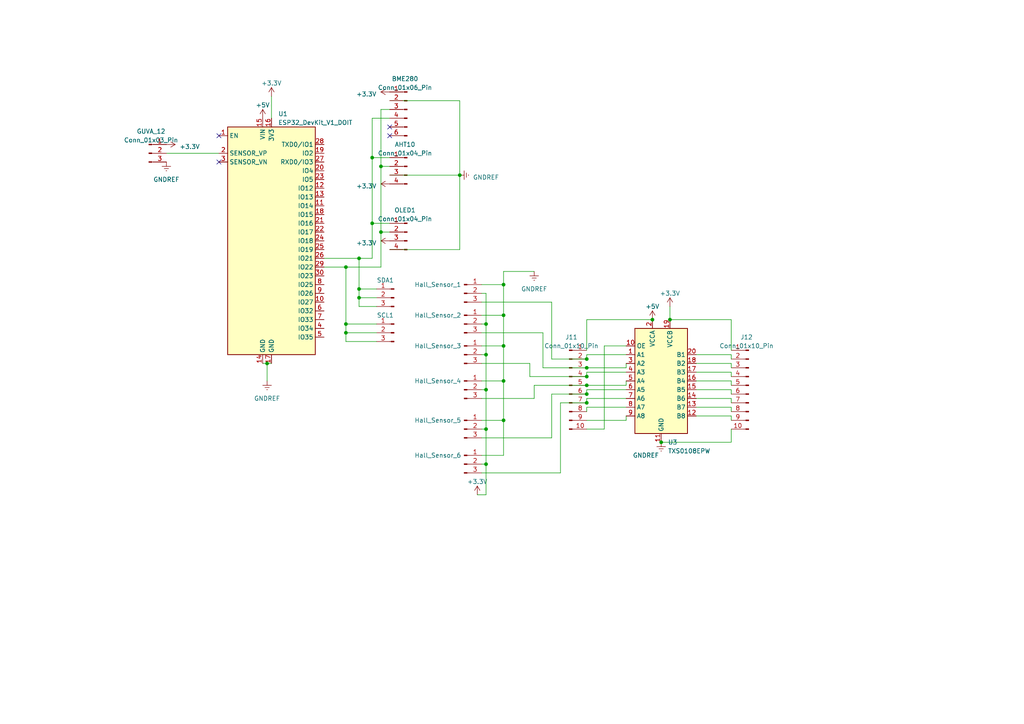
<source format=kicad_sch>
(kicad_sch (version 20230121) (generator eeschema)

  (uuid a607e91b-c45c-4584-b74b-14f2488b46a5)

  (paper "A4")

  (lib_symbols
    (symbol "Connector:Conn_01x03_Pin" (pin_names (offset 1.016) hide) (in_bom yes) (on_board yes)
      (property "Reference" "J" (at 0 5.08 0)
        (effects (font (size 1.27 1.27)))
      )
      (property "Value" "Conn_01x03_Pin" (at 0 -5.08 0)
        (effects (font (size 1.27 1.27)))
      )
      (property "Footprint" "" (at 0 0 0)
        (effects (font (size 1.27 1.27)) hide)
      )
      (property "Datasheet" "~" (at 0 0 0)
        (effects (font (size 1.27 1.27)) hide)
      )
      (property "ki_locked" "" (at 0 0 0)
        (effects (font (size 1.27 1.27)))
      )
      (property "ki_keywords" "connector" (at 0 0 0)
        (effects (font (size 1.27 1.27)) hide)
      )
      (property "ki_description" "Generic connector, single row, 01x03, script generated" (at 0 0 0)
        (effects (font (size 1.27 1.27)) hide)
      )
      (property "ki_fp_filters" "Connector*:*_1x??_*" (at 0 0 0)
        (effects (font (size 1.27 1.27)) hide)
      )
      (symbol "Conn_01x03_Pin_1_1"
        (polyline
          (pts
            (xy 1.27 -2.54)
            (xy 0.8636 -2.54)
          )
          (stroke (width 0.1524) (type default))
          (fill (type none))
        )
        (polyline
          (pts
            (xy 1.27 0)
            (xy 0.8636 0)
          )
          (stroke (width 0.1524) (type default))
          (fill (type none))
        )
        (polyline
          (pts
            (xy 1.27 2.54)
            (xy 0.8636 2.54)
          )
          (stroke (width 0.1524) (type default))
          (fill (type none))
        )
        (rectangle (start 0.8636 -2.413) (end 0 -2.667)
          (stroke (width 0.1524) (type default))
          (fill (type outline))
        )
        (rectangle (start 0.8636 0.127) (end 0 -0.127)
          (stroke (width 0.1524) (type default))
          (fill (type outline))
        )
        (rectangle (start 0.8636 2.667) (end 0 2.413)
          (stroke (width 0.1524) (type default))
          (fill (type outline))
        )
        (pin passive line (at 5.08 2.54 180) (length 3.81)
          (name "Pin_1" (effects (font (size 1.27 1.27))))
          (number "1" (effects (font (size 1.27 1.27))))
        )
        (pin passive line (at 5.08 0 180) (length 3.81)
          (name "Pin_2" (effects (font (size 1.27 1.27))))
          (number "2" (effects (font (size 1.27 1.27))))
        )
        (pin passive line (at 5.08 -2.54 180) (length 3.81)
          (name "Pin_3" (effects (font (size 1.27 1.27))))
          (number "3" (effects (font (size 1.27 1.27))))
        )
      )
    )
    (symbol "Connector:Conn_01x04_Pin" (pin_names (offset 1.016) hide) (in_bom yes) (on_board yes)
      (property "Reference" "J" (at 0 5.08 0)
        (effects (font (size 1.27 1.27)))
      )
      (property "Value" "Conn_01x04_Pin" (at 0 -7.62 0)
        (effects (font (size 1.27 1.27)))
      )
      (property "Footprint" "" (at 0 0 0)
        (effects (font (size 1.27 1.27)) hide)
      )
      (property "Datasheet" "~" (at 0 0 0)
        (effects (font (size 1.27 1.27)) hide)
      )
      (property "ki_locked" "" (at 0 0 0)
        (effects (font (size 1.27 1.27)))
      )
      (property "ki_keywords" "connector" (at 0 0 0)
        (effects (font (size 1.27 1.27)) hide)
      )
      (property "ki_description" "Generic connector, single row, 01x04, script generated" (at 0 0 0)
        (effects (font (size 1.27 1.27)) hide)
      )
      (property "ki_fp_filters" "Connector*:*_1x??_*" (at 0 0 0)
        (effects (font (size 1.27 1.27)) hide)
      )
      (symbol "Conn_01x04_Pin_1_1"
        (polyline
          (pts
            (xy 1.27 -5.08)
            (xy 0.8636 -5.08)
          )
          (stroke (width 0.1524) (type default))
          (fill (type none))
        )
        (polyline
          (pts
            (xy 1.27 -2.54)
            (xy 0.8636 -2.54)
          )
          (stroke (width 0.1524) (type default))
          (fill (type none))
        )
        (polyline
          (pts
            (xy 1.27 0)
            (xy 0.8636 0)
          )
          (stroke (width 0.1524) (type default))
          (fill (type none))
        )
        (polyline
          (pts
            (xy 1.27 2.54)
            (xy 0.8636 2.54)
          )
          (stroke (width 0.1524) (type default))
          (fill (type none))
        )
        (rectangle (start 0.8636 -4.953) (end 0 -5.207)
          (stroke (width 0.1524) (type default))
          (fill (type outline))
        )
        (rectangle (start 0.8636 -2.413) (end 0 -2.667)
          (stroke (width 0.1524) (type default))
          (fill (type outline))
        )
        (rectangle (start 0.8636 0.127) (end 0 -0.127)
          (stroke (width 0.1524) (type default))
          (fill (type outline))
        )
        (rectangle (start 0.8636 2.667) (end 0 2.413)
          (stroke (width 0.1524) (type default))
          (fill (type outline))
        )
        (pin passive line (at 5.08 2.54 180) (length 3.81)
          (name "Pin_1" (effects (font (size 1.27 1.27))))
          (number "1" (effects (font (size 1.27 1.27))))
        )
        (pin passive line (at 5.08 0 180) (length 3.81)
          (name "Pin_2" (effects (font (size 1.27 1.27))))
          (number "2" (effects (font (size 1.27 1.27))))
        )
        (pin passive line (at 5.08 -2.54 180) (length 3.81)
          (name "Pin_3" (effects (font (size 1.27 1.27))))
          (number "3" (effects (font (size 1.27 1.27))))
        )
        (pin passive line (at 5.08 -5.08 180) (length 3.81)
          (name "Pin_4" (effects (font (size 1.27 1.27))))
          (number "4" (effects (font (size 1.27 1.27))))
        )
      )
    )
    (symbol "Connector:Conn_01x06_Pin" (pin_names (offset 1.016) hide) (in_bom yes) (on_board yes)
      (property "Reference" "J" (at 0 7.62 0)
        (effects (font (size 1.27 1.27)))
      )
      (property "Value" "Conn_01x06_Pin" (at 0 -10.16 0)
        (effects (font (size 1.27 1.27)))
      )
      (property "Footprint" "" (at 0 0 0)
        (effects (font (size 1.27 1.27)) hide)
      )
      (property "Datasheet" "~" (at 0 0 0)
        (effects (font (size 1.27 1.27)) hide)
      )
      (property "ki_locked" "" (at 0 0 0)
        (effects (font (size 1.27 1.27)))
      )
      (property "ki_keywords" "connector" (at 0 0 0)
        (effects (font (size 1.27 1.27)) hide)
      )
      (property "ki_description" "Generic connector, single row, 01x06, script generated" (at 0 0 0)
        (effects (font (size 1.27 1.27)) hide)
      )
      (property "ki_fp_filters" "Connector*:*_1x??_*" (at 0 0 0)
        (effects (font (size 1.27 1.27)) hide)
      )
      (symbol "Conn_01x06_Pin_1_1"
        (polyline
          (pts
            (xy 1.27 -7.62)
            (xy 0.8636 -7.62)
          )
          (stroke (width 0.1524) (type default))
          (fill (type none))
        )
        (polyline
          (pts
            (xy 1.27 -5.08)
            (xy 0.8636 -5.08)
          )
          (stroke (width 0.1524) (type default))
          (fill (type none))
        )
        (polyline
          (pts
            (xy 1.27 -2.54)
            (xy 0.8636 -2.54)
          )
          (stroke (width 0.1524) (type default))
          (fill (type none))
        )
        (polyline
          (pts
            (xy 1.27 0)
            (xy 0.8636 0)
          )
          (stroke (width 0.1524) (type default))
          (fill (type none))
        )
        (polyline
          (pts
            (xy 1.27 2.54)
            (xy 0.8636 2.54)
          )
          (stroke (width 0.1524) (type default))
          (fill (type none))
        )
        (polyline
          (pts
            (xy 1.27 5.08)
            (xy 0.8636 5.08)
          )
          (stroke (width 0.1524) (type default))
          (fill (type none))
        )
        (rectangle (start 0.8636 -7.493) (end 0 -7.747)
          (stroke (width 0.1524) (type default))
          (fill (type outline))
        )
        (rectangle (start 0.8636 -4.953) (end 0 -5.207)
          (stroke (width 0.1524) (type default))
          (fill (type outline))
        )
        (rectangle (start 0.8636 -2.413) (end 0 -2.667)
          (stroke (width 0.1524) (type default))
          (fill (type outline))
        )
        (rectangle (start 0.8636 0.127) (end 0 -0.127)
          (stroke (width 0.1524) (type default))
          (fill (type outline))
        )
        (rectangle (start 0.8636 2.667) (end 0 2.413)
          (stroke (width 0.1524) (type default))
          (fill (type outline))
        )
        (rectangle (start 0.8636 5.207) (end 0 4.953)
          (stroke (width 0.1524) (type default))
          (fill (type outline))
        )
        (pin passive line (at 5.08 5.08 180) (length 3.81)
          (name "Pin_1" (effects (font (size 1.27 1.27))))
          (number "1" (effects (font (size 1.27 1.27))))
        )
        (pin passive line (at 5.08 2.54 180) (length 3.81)
          (name "Pin_2" (effects (font (size 1.27 1.27))))
          (number "2" (effects (font (size 1.27 1.27))))
        )
        (pin passive line (at 5.08 0 180) (length 3.81)
          (name "Pin_3" (effects (font (size 1.27 1.27))))
          (number "3" (effects (font (size 1.27 1.27))))
        )
        (pin passive line (at 5.08 -2.54 180) (length 3.81)
          (name "Pin_4" (effects (font (size 1.27 1.27))))
          (number "4" (effects (font (size 1.27 1.27))))
        )
        (pin passive line (at 5.08 -5.08 180) (length 3.81)
          (name "Pin_5" (effects (font (size 1.27 1.27))))
          (number "5" (effects (font (size 1.27 1.27))))
        )
        (pin passive line (at 5.08 -7.62 180) (length 3.81)
          (name "Pin_6" (effects (font (size 1.27 1.27))))
          (number "6" (effects (font (size 1.27 1.27))))
        )
      )
    )
    (symbol "Connector:Conn_01x10_Pin" (pin_names (offset 1.016) hide) (in_bom yes) (on_board yes)
      (property "Reference" "J" (at 0 12.7 0)
        (effects (font (size 1.27 1.27)))
      )
      (property "Value" "Conn_01x10_Pin" (at 0 -15.24 0)
        (effects (font (size 1.27 1.27)))
      )
      (property "Footprint" "" (at 0 0 0)
        (effects (font (size 1.27 1.27)) hide)
      )
      (property "Datasheet" "~" (at 0 0 0)
        (effects (font (size 1.27 1.27)) hide)
      )
      (property "ki_locked" "" (at 0 0 0)
        (effects (font (size 1.27 1.27)))
      )
      (property "ki_keywords" "connector" (at 0 0 0)
        (effects (font (size 1.27 1.27)) hide)
      )
      (property "ki_description" "Generic connector, single row, 01x10, script generated" (at 0 0 0)
        (effects (font (size 1.27 1.27)) hide)
      )
      (property "ki_fp_filters" "Connector*:*_1x??_*" (at 0 0 0)
        (effects (font (size 1.27 1.27)) hide)
      )
      (symbol "Conn_01x10_Pin_1_1"
        (polyline
          (pts
            (xy 1.27 -12.7)
            (xy 0.8636 -12.7)
          )
          (stroke (width 0.1524) (type default))
          (fill (type none))
        )
        (polyline
          (pts
            (xy 1.27 -10.16)
            (xy 0.8636 -10.16)
          )
          (stroke (width 0.1524) (type default))
          (fill (type none))
        )
        (polyline
          (pts
            (xy 1.27 -7.62)
            (xy 0.8636 -7.62)
          )
          (stroke (width 0.1524) (type default))
          (fill (type none))
        )
        (polyline
          (pts
            (xy 1.27 -5.08)
            (xy 0.8636 -5.08)
          )
          (stroke (width 0.1524) (type default))
          (fill (type none))
        )
        (polyline
          (pts
            (xy 1.27 -2.54)
            (xy 0.8636 -2.54)
          )
          (stroke (width 0.1524) (type default))
          (fill (type none))
        )
        (polyline
          (pts
            (xy 1.27 0)
            (xy 0.8636 0)
          )
          (stroke (width 0.1524) (type default))
          (fill (type none))
        )
        (polyline
          (pts
            (xy 1.27 2.54)
            (xy 0.8636 2.54)
          )
          (stroke (width 0.1524) (type default))
          (fill (type none))
        )
        (polyline
          (pts
            (xy 1.27 5.08)
            (xy 0.8636 5.08)
          )
          (stroke (width 0.1524) (type default))
          (fill (type none))
        )
        (polyline
          (pts
            (xy 1.27 7.62)
            (xy 0.8636 7.62)
          )
          (stroke (width 0.1524) (type default))
          (fill (type none))
        )
        (polyline
          (pts
            (xy 1.27 10.16)
            (xy 0.8636 10.16)
          )
          (stroke (width 0.1524) (type default))
          (fill (type none))
        )
        (rectangle (start 0.8636 -12.573) (end 0 -12.827)
          (stroke (width 0.1524) (type default))
          (fill (type outline))
        )
        (rectangle (start 0.8636 -10.033) (end 0 -10.287)
          (stroke (width 0.1524) (type default))
          (fill (type outline))
        )
        (rectangle (start 0.8636 -7.493) (end 0 -7.747)
          (stroke (width 0.1524) (type default))
          (fill (type outline))
        )
        (rectangle (start 0.8636 -4.953) (end 0 -5.207)
          (stroke (width 0.1524) (type default))
          (fill (type outline))
        )
        (rectangle (start 0.8636 -2.413) (end 0 -2.667)
          (stroke (width 0.1524) (type default))
          (fill (type outline))
        )
        (rectangle (start 0.8636 0.127) (end 0 -0.127)
          (stroke (width 0.1524) (type default))
          (fill (type outline))
        )
        (rectangle (start 0.8636 2.667) (end 0 2.413)
          (stroke (width 0.1524) (type default))
          (fill (type outline))
        )
        (rectangle (start 0.8636 5.207) (end 0 4.953)
          (stroke (width 0.1524) (type default))
          (fill (type outline))
        )
        (rectangle (start 0.8636 7.747) (end 0 7.493)
          (stroke (width 0.1524) (type default))
          (fill (type outline))
        )
        (rectangle (start 0.8636 10.287) (end 0 10.033)
          (stroke (width 0.1524) (type default))
          (fill (type outline))
        )
        (pin passive line (at 5.08 10.16 180) (length 3.81)
          (name "Pin_1" (effects (font (size 1.27 1.27))))
          (number "1" (effects (font (size 1.27 1.27))))
        )
        (pin passive line (at 5.08 -12.7 180) (length 3.81)
          (name "Pin_10" (effects (font (size 1.27 1.27))))
          (number "10" (effects (font (size 1.27 1.27))))
        )
        (pin passive line (at 5.08 7.62 180) (length 3.81)
          (name "Pin_2" (effects (font (size 1.27 1.27))))
          (number "2" (effects (font (size 1.27 1.27))))
        )
        (pin passive line (at 5.08 5.08 180) (length 3.81)
          (name "Pin_3" (effects (font (size 1.27 1.27))))
          (number "3" (effects (font (size 1.27 1.27))))
        )
        (pin passive line (at 5.08 2.54 180) (length 3.81)
          (name "Pin_4" (effects (font (size 1.27 1.27))))
          (number "4" (effects (font (size 1.27 1.27))))
        )
        (pin passive line (at 5.08 0 180) (length 3.81)
          (name "Pin_5" (effects (font (size 1.27 1.27))))
          (number "5" (effects (font (size 1.27 1.27))))
        )
        (pin passive line (at 5.08 -2.54 180) (length 3.81)
          (name "Pin_6" (effects (font (size 1.27 1.27))))
          (number "6" (effects (font (size 1.27 1.27))))
        )
        (pin passive line (at 5.08 -5.08 180) (length 3.81)
          (name "Pin_7" (effects (font (size 1.27 1.27))))
          (number "7" (effects (font (size 1.27 1.27))))
        )
        (pin passive line (at 5.08 -7.62 180) (length 3.81)
          (name "Pin_8" (effects (font (size 1.27 1.27))))
          (number "8" (effects (font (size 1.27 1.27))))
        )
        (pin passive line (at 5.08 -10.16 180) (length 3.81)
          (name "Pin_9" (effects (font (size 1.27 1.27))))
          (number "9" (effects (font (size 1.27 1.27))))
        )
      )
    )
    (symbol "Logic_LevelTranslator:TXS0108EPW" (in_bom yes) (on_board yes)
      (property "Reference" "U" (at -6.35 16.51 0)
        (effects (font (size 1.27 1.27)))
      )
      (property "Value" "TXS0108EPW" (at 3.81 16.51 0)
        (effects (font (size 1.27 1.27)) (justify left))
      )
      (property "Footprint" "Package_SO:TSSOP-20_4.4x6.5mm_P0.65mm" (at 0 -19.05 0)
        (effects (font (size 1.27 1.27)) hide)
      )
      (property "Datasheet" "www.ti.com/lit/ds/symlink/txs0108e.pdf" (at 0 -2.54 0)
        (effects (font (size 1.27 1.27)) hide)
      )
      (property "ki_keywords" "8-bit" (at 0 0 0)
        (effects (font (size 1.27 1.27)) hide)
      )
      (property "ki_description" "Bidirectional  level-shifting voltage translator, TSSOP-20" (at 0 0 0)
        (effects (font (size 1.27 1.27)) hide)
      )
      (property "ki_fp_filters" "*SSOP*4.4x6.5mm*P0.65mm*" (at 0 0 0)
        (effects (font (size 1.27 1.27)) hide)
      )
      (symbol "TXS0108EPW_0_1"
        (rectangle (start -7.62 15.24) (end 7.62 -15.24)
          (stroke (width 0.254) (type default))
          (fill (type background))
        )
      )
      (symbol "TXS0108EPW_1_1"
        (pin bidirectional line (at -10.16 7.62 0) (length 2.54)
          (name "A1" (effects (font (size 1.27 1.27))))
          (number "1" (effects (font (size 1.27 1.27))))
        )
        (pin input line (at -10.16 10.16 0) (length 2.54)
          (name "OE" (effects (font (size 1.27 1.27))))
          (number "10" (effects (font (size 1.27 1.27))))
        )
        (pin power_in line (at 0 -17.78 90) (length 2.54)
          (name "GND" (effects (font (size 1.27 1.27))))
          (number "11" (effects (font (size 1.27 1.27))))
        )
        (pin bidirectional line (at 10.16 -10.16 180) (length 2.54)
          (name "B8" (effects (font (size 1.27 1.27))))
          (number "12" (effects (font (size 1.27 1.27))))
        )
        (pin bidirectional line (at 10.16 -7.62 180) (length 2.54)
          (name "B7" (effects (font (size 1.27 1.27))))
          (number "13" (effects (font (size 1.27 1.27))))
        )
        (pin bidirectional line (at 10.16 -5.08 180) (length 2.54)
          (name "B6" (effects (font (size 1.27 1.27))))
          (number "14" (effects (font (size 1.27 1.27))))
        )
        (pin bidirectional line (at 10.16 -2.54 180) (length 2.54)
          (name "B5" (effects (font (size 1.27 1.27))))
          (number "15" (effects (font (size 1.27 1.27))))
        )
        (pin bidirectional line (at 10.16 0 180) (length 2.54)
          (name "B4" (effects (font (size 1.27 1.27))))
          (number "16" (effects (font (size 1.27 1.27))))
        )
        (pin bidirectional line (at 10.16 2.54 180) (length 2.54)
          (name "B3" (effects (font (size 1.27 1.27))))
          (number "17" (effects (font (size 1.27 1.27))))
        )
        (pin bidirectional line (at 10.16 5.08 180) (length 2.54)
          (name "B2" (effects (font (size 1.27 1.27))))
          (number "18" (effects (font (size 1.27 1.27))))
        )
        (pin power_in line (at 2.54 17.78 270) (length 2.54)
          (name "VCCB" (effects (font (size 1.27 1.27))))
          (number "19" (effects (font (size 1.27 1.27))))
        )
        (pin power_in line (at -2.54 17.78 270) (length 2.54)
          (name "VCCA" (effects (font (size 1.27 1.27))))
          (number "2" (effects (font (size 1.27 1.27))))
        )
        (pin bidirectional line (at 10.16 7.62 180) (length 2.54)
          (name "B1" (effects (font (size 1.27 1.27))))
          (number "20" (effects (font (size 1.27 1.27))))
        )
        (pin bidirectional line (at -10.16 5.08 0) (length 2.54)
          (name "A2" (effects (font (size 1.27 1.27))))
          (number "3" (effects (font (size 1.27 1.27))))
        )
        (pin bidirectional line (at -10.16 2.54 0) (length 2.54)
          (name "A3" (effects (font (size 1.27 1.27))))
          (number "4" (effects (font (size 1.27 1.27))))
        )
        (pin bidirectional line (at -10.16 0 0) (length 2.54)
          (name "A4" (effects (font (size 1.27 1.27))))
          (number "5" (effects (font (size 1.27 1.27))))
        )
        (pin bidirectional line (at -10.16 -2.54 0) (length 2.54)
          (name "A5" (effects (font (size 1.27 1.27))))
          (number "6" (effects (font (size 1.27 1.27))))
        )
        (pin bidirectional line (at -10.16 -5.08 0) (length 2.54)
          (name "A6" (effects (font (size 1.27 1.27))))
          (number "7" (effects (font (size 1.27 1.27))))
        )
        (pin bidirectional line (at -10.16 -7.62 0) (length 2.54)
          (name "A7" (effects (font (size 1.27 1.27))))
          (number "8" (effects (font (size 1.27 1.27))))
        )
        (pin bidirectional line (at -10.16 -10.16 0) (length 2.54)
          (name "A8" (effects (font (size 1.27 1.27))))
          (number "9" (effects (font (size 1.27 1.27))))
        )
      )
    )
    (symbol "esp32_devkit_v1_doit:ESP32_DevKit_V1_DOIT" (in_bom yes) (on_board yes)
      (property "Reference" "U" (at -11.43 34.29 0)
        (effects (font (size 1.27 1.27)))
      )
      (property "Value" "ESP32_DevKit_V1_DOIT" (at 11.43 34.29 0)
        (effects (font (size 1.27 1.27)))
      )
      (property "Footprint" "ESP32_DevKit_V1_DOIT:esp32_devkit_v1_doit" (at -11.43 34.29 0)
        (effects (font (size 1.27 1.27)) hide)
      )
      (property "Datasheet" "https://aliexpress.com/item/32864722159.html" (at -11.43 34.29 0)
        (effects (font (size 1.27 1.27)) hide)
      )
      (property "ki_keywords" "ESP32-WROOM-32 WiFi and Bluetooth microcontroller" (at 0 0 0)
        (effects (font (size 1.27 1.27)) hide)
      )
      (property "ki_description" "32-bit microcontroller module with WiFi and Bluetooth" (at 0 0 0)
        (effects (font (size 1.27 1.27)) hide)
      )
      (property "ki_fp_filters" "esp32?devkit?v1?doit*" (at 0 0 0)
        (effects (font (size 1.27 1.27)) hide)
      )
      (symbol "ESP32_DevKit_V1_DOIT_1_1"
        (rectangle (start -12.7 33.02) (end 12.7 -33.02)
          (stroke (width 0.254) (type solid))
          (fill (type background))
        )
        (pin input line (at -15.24 30.48 0) (length 2.54)
          (name "EN" (effects (font (size 1.27 1.27))))
          (number "1" (effects (font (size 1.27 1.27))))
        )
        (pin bidirectional line (at 15.24 -17.78 180) (length 2.54)
          (name "IO27" (effects (font (size 1.27 1.27))))
          (number "10" (effects (font (size 1.27 1.27))))
        )
        (pin bidirectional line (at 15.24 10.16 180) (length 2.54)
          (name "IO14" (effects (font (size 1.27 1.27))))
          (number "11" (effects (font (size 1.27 1.27))))
        )
        (pin bidirectional line (at 15.24 15.24 180) (length 2.54)
          (name "IO12" (effects (font (size 1.27 1.27))))
          (number "12" (effects (font (size 1.27 1.27))))
        )
        (pin bidirectional line (at 15.24 12.7 180) (length 2.54)
          (name "IO13" (effects (font (size 1.27 1.27))))
          (number "13" (effects (font (size 1.27 1.27))))
        )
        (pin power_in line (at -2.54 -35.56 90) (length 2.54)
          (name "GND" (effects (font (size 1.27 1.27))))
          (number "14" (effects (font (size 1.27 1.27))))
        )
        (pin power_in line (at -2.54 35.56 270) (length 2.54)
          (name "VIN" (effects (font (size 1.27 1.27))))
          (number "15" (effects (font (size 1.27 1.27))))
        )
        (pin power_in line (at 0 35.56 270) (length 2.54)
          (name "3V3" (effects (font (size 1.27 1.27))))
          (number "16" (effects (font (size 1.27 1.27))))
        )
        (pin power_in line (at 0 -35.56 90) (length 2.54)
          (name "GND" (effects (font (size 1.27 1.27))))
          (number "17" (effects (font (size 1.27 1.27))))
        )
        (pin bidirectional line (at 15.24 7.62 180) (length 2.54)
          (name "IO15" (effects (font (size 1.27 1.27))))
          (number "18" (effects (font (size 1.27 1.27))))
        )
        (pin bidirectional line (at 15.24 25.4 180) (length 2.54)
          (name "IO2" (effects (font (size 1.27 1.27))))
          (number "19" (effects (font (size 1.27 1.27))))
        )
        (pin input line (at -15.24 25.4 0) (length 2.54)
          (name "SENSOR_VP" (effects (font (size 1.27 1.27))))
          (number "2" (effects (font (size 1.27 1.27))))
        )
        (pin bidirectional line (at 15.24 20.32 180) (length 2.54)
          (name "IO4" (effects (font (size 1.27 1.27))))
          (number "20" (effects (font (size 1.27 1.27))))
        )
        (pin bidirectional line (at 15.24 5.08 180) (length 2.54)
          (name "IO16" (effects (font (size 1.27 1.27))))
          (number "21" (effects (font (size 1.27 1.27))))
        )
        (pin bidirectional line (at 15.24 2.54 180) (length 2.54)
          (name "IO17" (effects (font (size 1.27 1.27))))
          (number "22" (effects (font (size 1.27 1.27))))
        )
        (pin bidirectional line (at 15.24 17.78 180) (length 2.54)
          (name "IO5" (effects (font (size 1.27 1.27))))
          (number "23" (effects (font (size 1.27 1.27))))
        )
        (pin bidirectional line (at 15.24 0 180) (length 2.54)
          (name "IO18" (effects (font (size 1.27 1.27))))
          (number "24" (effects (font (size 1.27 1.27))))
        )
        (pin bidirectional line (at 15.24 -2.54 180) (length 2.54)
          (name "IO19" (effects (font (size 1.27 1.27))))
          (number "25" (effects (font (size 1.27 1.27))))
        )
        (pin bidirectional line (at 15.24 -5.08 180) (length 2.54)
          (name "IO21" (effects (font (size 1.27 1.27))))
          (number "26" (effects (font (size 1.27 1.27))))
        )
        (pin bidirectional line (at 15.24 22.86 180) (length 2.54)
          (name "RXD0/IO3" (effects (font (size 1.27 1.27))))
          (number "27" (effects (font (size 1.27 1.27))))
        )
        (pin bidirectional line (at 15.24 27.94 180) (length 2.54)
          (name "TXD0/IO1" (effects (font (size 1.27 1.27))))
          (number "28" (effects (font (size 1.27 1.27))))
        )
        (pin bidirectional line (at 15.24 -7.62 180) (length 2.54)
          (name "IO22" (effects (font (size 1.27 1.27))))
          (number "29" (effects (font (size 1.27 1.27))))
        )
        (pin input line (at -15.24 22.86 0) (length 2.54)
          (name "SENSOR_VN" (effects (font (size 1.27 1.27))))
          (number "3" (effects (font (size 1.27 1.27))))
        )
        (pin bidirectional line (at 15.24 -10.16 180) (length 2.54)
          (name "IO23" (effects (font (size 1.27 1.27))))
          (number "30" (effects (font (size 1.27 1.27))))
        )
        (pin input line (at 15.24 -25.4 180) (length 2.54)
          (name "IO34" (effects (font (size 1.27 1.27))))
          (number "4" (effects (font (size 1.27 1.27))))
        )
        (pin input line (at 15.24 -27.94 180) (length 2.54)
          (name "IO35" (effects (font (size 1.27 1.27))))
          (number "5" (effects (font (size 1.27 1.27))))
        )
        (pin bidirectional line (at 15.24 -20.32 180) (length 2.54)
          (name "IO32" (effects (font (size 1.27 1.27))))
          (number "6" (effects (font (size 1.27 1.27))))
        )
        (pin bidirectional line (at 15.24 -22.86 180) (length 2.54)
          (name "IO33" (effects (font (size 1.27 1.27))))
          (number "7" (effects (font (size 1.27 1.27))))
        )
        (pin bidirectional line (at 15.24 -12.7 180) (length 2.54)
          (name "IO25" (effects (font (size 1.27 1.27))))
          (number "8" (effects (font (size 1.27 1.27))))
        )
        (pin bidirectional line (at 15.24 -15.24 180) (length 2.54)
          (name "IO26" (effects (font (size 1.27 1.27))))
          (number "9" (effects (font (size 1.27 1.27))))
        )
      )
    )
    (symbol "power:+3.3V" (power) (pin_names (offset 0)) (in_bom yes) (on_board yes)
      (property "Reference" "#PWR" (at 0 -3.81 0)
        (effects (font (size 1.27 1.27)) hide)
      )
      (property "Value" "+3.3V" (at 0 3.556 0)
        (effects (font (size 1.27 1.27)))
      )
      (property "Footprint" "" (at 0 0 0)
        (effects (font (size 1.27 1.27)) hide)
      )
      (property "Datasheet" "" (at 0 0 0)
        (effects (font (size 1.27 1.27)) hide)
      )
      (property "ki_keywords" "global power" (at 0 0 0)
        (effects (font (size 1.27 1.27)) hide)
      )
      (property "ki_description" "Power symbol creates a global label with name \"+3.3V\"" (at 0 0 0)
        (effects (font (size 1.27 1.27)) hide)
      )
      (symbol "+3.3V_0_1"
        (polyline
          (pts
            (xy -0.762 1.27)
            (xy 0 2.54)
          )
          (stroke (width 0) (type default))
          (fill (type none))
        )
        (polyline
          (pts
            (xy 0 0)
            (xy 0 2.54)
          )
          (stroke (width 0) (type default))
          (fill (type none))
        )
        (polyline
          (pts
            (xy 0 2.54)
            (xy 0.762 1.27)
          )
          (stroke (width 0) (type default))
          (fill (type none))
        )
      )
      (symbol "+3.3V_1_1"
        (pin power_in line (at 0 0 90) (length 0) hide
          (name "+3.3V" (effects (font (size 1.27 1.27))))
          (number "1" (effects (font (size 1.27 1.27))))
        )
      )
    )
    (symbol "power:+5V" (power) (pin_names (offset 0)) (in_bom yes) (on_board yes)
      (property "Reference" "#PWR" (at 0 -3.81 0)
        (effects (font (size 1.27 1.27)) hide)
      )
      (property "Value" "+5V" (at 0 3.556 0)
        (effects (font (size 1.27 1.27)))
      )
      (property "Footprint" "" (at 0 0 0)
        (effects (font (size 1.27 1.27)) hide)
      )
      (property "Datasheet" "" (at 0 0 0)
        (effects (font (size 1.27 1.27)) hide)
      )
      (property "ki_keywords" "global power" (at 0 0 0)
        (effects (font (size 1.27 1.27)) hide)
      )
      (property "ki_description" "Power symbol creates a global label with name \"+5V\"" (at 0 0 0)
        (effects (font (size 1.27 1.27)) hide)
      )
      (symbol "+5V_0_1"
        (polyline
          (pts
            (xy -0.762 1.27)
            (xy 0 2.54)
          )
          (stroke (width 0) (type default))
          (fill (type none))
        )
        (polyline
          (pts
            (xy 0 0)
            (xy 0 2.54)
          )
          (stroke (width 0) (type default))
          (fill (type none))
        )
        (polyline
          (pts
            (xy 0 2.54)
            (xy 0.762 1.27)
          )
          (stroke (width 0) (type default))
          (fill (type none))
        )
      )
      (symbol "+5V_1_1"
        (pin power_in line (at 0 0 90) (length 0) hide
          (name "+5V" (effects (font (size 1.27 1.27))))
          (number "1" (effects (font (size 1.27 1.27))))
        )
      )
    )
    (symbol "power:GNDREF" (power) (pin_names (offset 0)) (in_bom yes) (on_board yes)
      (property "Reference" "#PWR" (at 0 -6.35 0)
        (effects (font (size 1.27 1.27)) hide)
      )
      (property "Value" "GNDREF" (at 0 -3.81 0)
        (effects (font (size 1.27 1.27)))
      )
      (property "Footprint" "" (at 0 0 0)
        (effects (font (size 1.27 1.27)) hide)
      )
      (property "Datasheet" "" (at 0 0 0)
        (effects (font (size 1.27 1.27)) hide)
      )
      (property "ki_keywords" "global power" (at 0 0 0)
        (effects (font (size 1.27 1.27)) hide)
      )
      (property "ki_description" "Power symbol creates a global label with name \"GNDREF\" , reference supply ground" (at 0 0 0)
        (effects (font (size 1.27 1.27)) hide)
      )
      (symbol "GNDREF_0_1"
        (polyline
          (pts
            (xy -0.635 -1.905)
            (xy 0.635 -1.905)
          )
          (stroke (width 0) (type default))
          (fill (type none))
        )
        (polyline
          (pts
            (xy -0.127 -2.54)
            (xy 0.127 -2.54)
          )
          (stroke (width 0) (type default))
          (fill (type none))
        )
        (polyline
          (pts
            (xy 0 -1.27)
            (xy 0 0)
          )
          (stroke (width 0) (type default))
          (fill (type none))
        )
        (polyline
          (pts
            (xy 1.27 -1.27)
            (xy -1.27 -1.27)
          )
          (stroke (width 0) (type default))
          (fill (type none))
        )
      )
      (symbol "GNDREF_1_1"
        (pin power_in line (at 0 0 270) (length 0) hide
          (name "GNDREF" (effects (font (size 1.27 1.27))))
          (number "1" (effects (font (size 1.27 1.27))))
        )
      )
    )
  )

  (junction (at 100.33 93.98) (diameter 0) (color 0 0 0 0)
    (uuid 3a4eed01-38d9-46b2-964b-a7dad19509fe)
  )
  (junction (at 104.14 74.93) (diameter 0) (color 0 0 0 0)
    (uuid 40dd8b57-df1c-4a76-9e8c-dc70a5bb40af)
  )
  (junction (at 107.95 64.77) (diameter 0) (color 0 0 0 0)
    (uuid 45876ac8-29f2-4e99-b381-8c94d56ca146)
  )
  (junction (at 77.47 105.41) (diameter 0) (color 0 0 0 0)
    (uuid 4c65093e-c448-4b12-a453-8ac26d2bb844)
  )
  (junction (at 170.18 111.76) (diameter 0) (color 0 0 0 0)
    (uuid 4f3164ac-e14e-4003-9b4c-4054594570b9)
  )
  (junction (at 140.97 113.03) (diameter 0) (color 0 0 0 0)
    (uuid 611a6cc3-582a-4ef2-9ff0-7438d4e97261)
  )
  (junction (at 140.97 124.46) (diameter 0) (color 0 0 0 0)
    (uuid 620214d5-2d1d-4a6f-99e5-81b94f7bb973)
  )
  (junction (at 100.33 96.52) (diameter 0) (color 0 0 0 0)
    (uuid 62f0e36f-6554-4830-afd8-52f33c27773c)
  )
  (junction (at 146.05 91.44) (diameter 0) (color 0 0 0 0)
    (uuid 633b6cdb-db44-4f1e-84f4-c8a01603a12b)
  )
  (junction (at 170.18 109.22) (diameter 0) (color 0 0 0 0)
    (uuid 64b580f6-5055-4717-a1f7-58202a0a111b)
  )
  (junction (at 189.23 92.71) (diameter 0) (color 0 0 0 0)
    (uuid 72758f62-93da-4441-a3c4-64458a84743a)
  )
  (junction (at 104.14 86.36) (diameter 0) (color 0 0 0 0)
    (uuid 86b2cf83-67b0-4184-bea0-2fbeed1a260f)
  )
  (junction (at 170.18 106.68) (diameter 0) (color 0 0 0 0)
    (uuid 87012eb8-df7c-4dc9-b7e0-fb231cd9b316)
  )
  (junction (at 140.97 134.62) (diameter 0) (color 0 0 0 0)
    (uuid 9b3a001c-4dd7-4ee7-a3fa-963bfed6d8cb)
  )
  (junction (at 191.77 128.27) (diameter 0) (color 0 0 0 0)
    (uuid a02aed5f-5381-4e8c-9a75-95ddf20aaee7)
  )
  (junction (at 194.31 92.71) (diameter 0) (color 0 0 0 0)
    (uuid a137e470-f813-4cc3-b337-f5ef722bb088)
  )
  (junction (at 140.97 102.87) (diameter 0) (color 0 0 0 0)
    (uuid a3e91e6e-72fc-4fdb-acee-ee39b3bb6716)
  )
  (junction (at 110.49 67.31) (diameter 0) (color 0 0 0 0)
    (uuid a5faeb26-9d20-4036-9d43-355d2fe14b95)
  )
  (junction (at 100.33 77.47) (diameter 0) (color 0 0 0 0)
    (uuid c55bc8fe-1b3d-48fa-8a43-36d86a6c63de)
  )
  (junction (at 146.05 82.55) (diameter 0) (color 0 0 0 0)
    (uuid c78f8ddd-ed3e-433c-bc41-9f3b22cf7648)
  )
  (junction (at 146.05 100.33) (diameter 0) (color 0 0 0 0)
    (uuid c8364fdd-5717-41e1-8e2f-adfb043eaf6b)
  )
  (junction (at 140.97 93.98) (diameter 0) (color 0 0 0 0)
    (uuid cdf6488a-bbec-4c1b-99e5-68dd479c42b8)
  )
  (junction (at 170.18 114.3) (diameter 0) (color 0 0 0 0)
    (uuid d311270a-0d08-4e03-a430-9e399dcf0f5f)
  )
  (junction (at 107.95 45.72) (diameter 0) (color 0 0 0 0)
    (uuid d31f213c-236c-46b3-b184-f61dd8b0a945)
  )
  (junction (at 170.18 104.14) (diameter 0) (color 0 0 0 0)
    (uuid dbd1ee04-f746-4b5b-bfc9-4496a7cd8e53)
  )
  (junction (at 104.14 83.82) (diameter 0) (color 0 0 0 0)
    (uuid dcda846b-5c04-4e85-a893-66dc5f63a133)
  )
  (junction (at 133.35 50.8) (diameter 0) (color 0 0 0 0)
    (uuid e431223f-2de6-4e2d-b283-b740f977878a)
  )
  (junction (at 146.05 110.49) (diameter 0) (color 0 0 0 0)
    (uuid f28e3b34-6e9b-485d-8a16-81ddfe154470)
  )
  (junction (at 110.49 48.26) (diameter 0) (color 0 0 0 0)
    (uuid fe9b8567-d890-4efe-99cc-e79c7ac415f7)
  )
  (junction (at 170.18 116.84) (diameter 0) (color 0 0 0 0)
    (uuid fedf4598-1d40-4252-af0c-b593b3e02162)
  )
  (junction (at 146.05 121.92) (diameter 0) (color 0 0 0 0)
    (uuid ffc5da72-2c00-469b-bb95-7908673d78f6)
  )

  (no_connect (at 113.03 39.37) (uuid 27e0431a-d92b-41f0-8f0a-fcc38d68f9c6))
  (no_connect (at 63.5 46.99) (uuid 4079844b-c50f-4e1e-a134-fce1f64d8f39))
  (no_connect (at 113.03 36.83) (uuid 86cfdd99-4d5e-4199-875d-affa9717c958))
  (no_connect (at 63.5 39.37) (uuid e23b8e4a-b420-4e2e-962b-362d90775238))

  (wire (pts (xy 140.97 85.09) (xy 140.97 93.98))
    (stroke (width 0) (type default))
    (uuid 00b825c9-5ef6-4265-ba31-f90d50737784)
  )
  (wire (pts (xy 170.18 102.87) (xy 170.18 104.14))
    (stroke (width 0) (type default))
    (uuid 04327cfe-5c31-4744-a81d-edaaaa59c2ba)
  )
  (wire (pts (xy 181.61 118.11) (xy 170.18 118.11))
    (stroke (width 0) (type default))
    (uuid 053462c1-0f88-4252-bd78-334c536ff5a2)
  )
  (wire (pts (xy 77.47 105.41) (xy 78.74 105.41))
    (stroke (width 0) (type default))
    (uuid 05c99f42-f851-4229-9334-7658fa87482f)
  )
  (wire (pts (xy 146.05 110.49) (xy 146.05 121.92))
    (stroke (width 0) (type default))
    (uuid 08498938-bdc0-4665-be8e-f3d0adeb8ff3)
  )
  (wire (pts (xy 146.05 91.44) (xy 146.05 100.33))
    (stroke (width 0) (type default))
    (uuid 0ab8d42c-609c-4a90-884d-d7cc7ac4ac51)
  )
  (wire (pts (xy 139.7 137.16) (xy 162.56 137.16))
    (stroke (width 0) (type default))
    (uuid 0abfd325-36e4-45de-bf1f-5a501ad8b596)
  )
  (wire (pts (xy 162.56 116.84) (xy 170.18 116.84))
    (stroke (width 0) (type default))
    (uuid 0ac8bf54-9475-4d3a-8c92-4eaf12d7722c)
  )
  (wire (pts (xy 139.7 100.33) (xy 146.05 100.33))
    (stroke (width 0) (type default))
    (uuid 10ada588-4d81-49b3-9e51-e6db014cf8fe)
  )
  (wire (pts (xy 110.49 67.31) (xy 113.03 67.31))
    (stroke (width 0) (type default))
    (uuid 11e7a46b-3431-48e4-8341-2c1cef2cae87)
  )
  (wire (pts (xy 212.09 118.11) (xy 212.09 119.38))
    (stroke (width 0) (type default))
    (uuid 120fda39-e9c1-4d35-ab8c-7d3e4ba4947c)
  )
  (wire (pts (xy 139.7 121.92) (xy 146.05 121.92))
    (stroke (width 0) (type default))
    (uuid 12d1c0b9-2b40-48de-bb04-83910b531054)
  )
  (wire (pts (xy 107.95 64.77) (xy 107.95 74.93))
    (stroke (width 0) (type default))
    (uuid 1515b55c-db83-442a-8af8-91d3186530cc)
  )
  (wire (pts (xy 139.7 110.49) (xy 146.05 110.49))
    (stroke (width 0) (type default))
    (uuid 16025061-bb64-418b-b894-2a3bf9f9fd82)
  )
  (wire (pts (xy 109.22 88.9) (xy 104.14 88.9))
    (stroke (width 0) (type default))
    (uuid 1736ab36-bcf8-4ce8-badd-4fc2f23d8a9a)
  )
  (wire (pts (xy 140.97 85.09) (xy 139.7 85.09))
    (stroke (width 0) (type default))
    (uuid 17ce0f7d-80f4-459a-b2f8-0b9d594c5692)
  )
  (wire (pts (xy 109.22 99.06) (xy 100.33 99.06))
    (stroke (width 0) (type default))
    (uuid 187d4451-95f6-4d09-a201-b4d2e0ce58b3)
  )
  (wire (pts (xy 146.05 121.92) (xy 146.05 132.08))
    (stroke (width 0) (type default))
    (uuid 1954ff5c-9997-4822-9308-6f01aa1ea1c5)
  )
  (wire (pts (xy 138.43 143.51) (xy 140.97 143.51))
    (stroke (width 0) (type default))
    (uuid 19bee82c-ae85-4698-80de-c27433748eea)
  )
  (wire (pts (xy 181.61 111.76) (xy 181.61 110.49))
    (stroke (width 0) (type default))
    (uuid 1a360148-7ae9-4df8-bb71-e092c3427523)
  )
  (wire (pts (xy 201.93 115.57) (xy 212.09 115.57))
    (stroke (width 0) (type default))
    (uuid 1bc7f19a-359e-421d-bdf2-b02c0b3346f0)
  )
  (wire (pts (xy 170.18 118.11) (xy 170.18 119.38))
    (stroke (width 0) (type default))
    (uuid 1d9f92e6-d7c9-4610-b99b-5d67a639792a)
  )
  (wire (pts (xy 181.61 107.95) (xy 170.18 107.95))
    (stroke (width 0) (type default))
    (uuid 2042b185-b075-4084-8289-2db341716aa8)
  )
  (wire (pts (xy 212.09 102.87) (xy 212.09 104.14))
    (stroke (width 0) (type default))
    (uuid 22cb0225-74c4-481f-8003-9467699e4ef1)
  )
  (wire (pts (xy 133.35 50.8) (xy 133.35 72.39))
    (stroke (width 0) (type default))
    (uuid 249fa255-f2be-4eea-85ad-db1f3d3a69b6)
  )
  (wire (pts (xy 78.74 27.94) (xy 78.74 34.29))
    (stroke (width 0) (type default))
    (uuid 274a25f3-503d-4c8c-af2f-6085d006322b)
  )
  (wire (pts (xy 110.49 48.26) (xy 110.49 67.31))
    (stroke (width 0) (type default))
    (uuid 2dbd8d99-33e6-4220-b3d2-5db95d18fb3f)
  )
  (wire (pts (xy 160.02 87.63) (xy 160.02 104.14))
    (stroke (width 0) (type default))
    (uuid 2fb7d782-632e-45d0-ba8d-f3f1e3b2cc72)
  )
  (wire (pts (xy 113.03 72.39) (xy 133.35 72.39))
    (stroke (width 0) (type default))
    (uuid 31b88bea-b25f-4a35-b406-f6ae3d68512b)
  )
  (wire (pts (xy 77.47 105.41) (xy 77.47 110.49))
    (stroke (width 0) (type default))
    (uuid 374a6c96-6274-424a-9714-694a48828e54)
  )
  (wire (pts (xy 107.95 64.77) (xy 113.03 64.77))
    (stroke (width 0) (type default))
    (uuid 3b314b83-29e2-4b7a-bd90-b0e96244fdd0)
  )
  (wire (pts (xy 201.93 107.95) (xy 212.09 107.95))
    (stroke (width 0) (type default))
    (uuid 3bad75cd-2855-4215-8c1c-ff142b2de064)
  )
  (wire (pts (xy 139.7 127) (xy 160.02 127))
    (stroke (width 0) (type default))
    (uuid 3f5897c0-996f-4fa8-8b50-7d8373ebf75a)
  )
  (wire (pts (xy 170.18 92.71) (xy 170.18 101.6))
    (stroke (width 0) (type default))
    (uuid 42e4f818-b4db-41fb-b9d5-73b5d5dd77a9)
  )
  (wire (pts (xy 113.03 48.26) (xy 110.49 48.26))
    (stroke (width 0) (type default))
    (uuid 4505e08a-e566-4e1a-9441-bedb15ec319a)
  )
  (wire (pts (xy 160.02 104.14) (xy 170.18 104.14))
    (stroke (width 0) (type default))
    (uuid 48e98e6e-6f57-4522-a51a-75b57ddb9bb2)
  )
  (wire (pts (xy 212.09 92.71) (xy 212.09 101.6))
    (stroke (width 0) (type default))
    (uuid 4aca7d2f-f666-4b81-91fc-99c0126aaade)
  )
  (wire (pts (xy 104.14 83.82) (xy 104.14 86.36))
    (stroke (width 0) (type default))
    (uuid 4b2bbe75-25ef-4fe5-b7b9-1ba67fd03f6b)
  )
  (wire (pts (xy 139.7 102.87) (xy 140.97 102.87))
    (stroke (width 0) (type default))
    (uuid 4b516e9b-b2fe-46de-95b4-035922659060)
  )
  (wire (pts (xy 93.98 74.93) (xy 104.14 74.93))
    (stroke (width 0) (type default))
    (uuid 507d6971-6081-4f76-ad6c-0f25077fb502)
  )
  (wire (pts (xy 212.09 113.03) (xy 212.09 114.3))
    (stroke (width 0) (type default))
    (uuid 50c9a883-3cfd-41d8-850c-439a35f1a900)
  )
  (wire (pts (xy 146.05 78.74) (xy 146.05 82.55))
    (stroke (width 0) (type default))
    (uuid 542d456a-fbc1-4c3c-ab82-bc8da43169fa)
  )
  (wire (pts (xy 175.26 100.33) (xy 175.26 124.46))
    (stroke (width 0) (type default))
    (uuid 593d9db4-ca01-440f-a78b-d7c4f27c7216)
  )
  (wire (pts (xy 139.7 82.55) (xy 146.05 82.55))
    (stroke (width 0) (type default))
    (uuid 596ac8ad-5697-4f46-9e2b-95ec06acb57d)
  )
  (wire (pts (xy 109.22 96.52) (xy 100.33 96.52))
    (stroke (width 0) (type default))
    (uuid 599c7684-3182-4c34-80c9-f047a59cb471)
  )
  (wire (pts (xy 212.09 107.95) (xy 212.09 109.22))
    (stroke (width 0) (type default))
    (uuid 6046dc5a-1dfe-4313-acef-da8b628ac335)
  )
  (wire (pts (xy 212.09 115.57) (xy 212.09 116.84))
    (stroke (width 0) (type default))
    (uuid 63d4c81d-0ea4-4be9-8e65-58563805476f)
  )
  (wire (pts (xy 162.56 137.16) (xy 162.56 116.84))
    (stroke (width 0) (type default))
    (uuid 6454ae88-4082-42f2-a3c2-64528bc137bb)
  )
  (wire (pts (xy 140.97 102.87) (xy 140.97 113.03))
    (stroke (width 0) (type default))
    (uuid 65849a85-a87a-4257-aece-f1dcc9d06cf7)
  )
  (wire (pts (xy 181.61 121.92) (xy 181.61 120.65))
    (stroke (width 0) (type default))
    (uuid 65f61d3d-4e4e-4253-b4b0-95f610f02f0c)
  )
  (wire (pts (xy 100.33 77.47) (xy 110.49 77.47))
    (stroke (width 0) (type default))
    (uuid 672ab85b-2718-4e03-ad58-8ddee848a556)
  )
  (wire (pts (xy 139.7 87.63) (xy 160.02 87.63))
    (stroke (width 0) (type default))
    (uuid 6807bb0d-f137-46fe-8a5e-96e17f6ea85b)
  )
  (wire (pts (xy 100.33 96.52) (xy 100.33 99.06))
    (stroke (width 0) (type default))
    (uuid 6accb970-4384-4a5d-b65a-67c53e268e13)
  )
  (wire (pts (xy 139.7 134.62) (xy 140.97 134.62))
    (stroke (width 0) (type default))
    (uuid 6e3897be-c16b-4089-abab-1c6b8c694dd2)
  )
  (wire (pts (xy 212.09 110.49) (xy 212.09 111.76))
    (stroke (width 0) (type default))
    (uuid 6f7da10b-d737-46e4-9816-0b476844ce0c)
  )
  (wire (pts (xy 140.97 93.98) (xy 140.97 102.87))
    (stroke (width 0) (type default))
    (uuid 6f97483c-2094-482a-9ead-3b0bf4e96a77)
  )
  (wire (pts (xy 139.7 93.98) (xy 140.97 93.98))
    (stroke (width 0) (type default))
    (uuid 6fc86a7e-fb9d-4430-944c-047f2f036cab)
  )
  (wire (pts (xy 201.93 105.41) (xy 212.09 105.41))
    (stroke (width 0) (type default))
    (uuid 70308b7a-3e7e-48ee-a5d2-9fa691ec3b81)
  )
  (wire (pts (xy 170.18 115.57) (xy 170.18 116.84))
    (stroke (width 0) (type default))
    (uuid 7031ea29-15e9-43a4-a201-41f6b6160420)
  )
  (wire (pts (xy 146.05 100.33) (xy 146.05 110.49))
    (stroke (width 0) (type default))
    (uuid 70ad0932-cdca-4081-9e68-880970024325)
  )
  (wire (pts (xy 113.03 34.29) (xy 107.95 34.29))
    (stroke (width 0) (type default))
    (uuid 71121366-21d5-40df-9e2e-fd2926dacf03)
  )
  (wire (pts (xy 201.93 120.65) (xy 212.09 120.65))
    (stroke (width 0) (type default))
    (uuid 73fdd5b1-3300-47a8-a057-f27b863756b1)
  )
  (wire (pts (xy 154.94 115.57) (xy 154.94 111.76))
    (stroke (width 0) (type default))
    (uuid 741e83fc-c704-452d-a235-b7b43ac5b911)
  )
  (wire (pts (xy 113.03 45.72) (xy 107.95 45.72))
    (stroke (width 0) (type default))
    (uuid 775bf544-fc18-4132-abfa-41e839f126b1)
  )
  (wire (pts (xy 104.14 86.36) (xy 104.14 88.9))
    (stroke (width 0) (type default))
    (uuid 7977846e-cef1-4457-aff8-ec09c39e22d5)
  )
  (wire (pts (xy 160.02 114.3) (xy 170.18 114.3))
    (stroke (width 0) (type default))
    (uuid 7bac1efb-ece9-4f33-be9b-d95cf25c9211)
  )
  (wire (pts (xy 212.09 128.27) (xy 212.09 124.46))
    (stroke (width 0) (type default))
    (uuid 7cc85f88-8252-4120-87d5-999e2f1c91bb)
  )
  (wire (pts (xy 201.93 118.11) (xy 212.09 118.11))
    (stroke (width 0) (type default))
    (uuid 7ee4f561-b3f0-461a-be3c-9163529bf88d)
  )
  (wire (pts (xy 160.02 127) (xy 160.02 114.3))
    (stroke (width 0) (type default))
    (uuid 82c07d17-6e3c-4706-a9b3-9c9dada00876)
  )
  (wire (pts (xy 113.03 50.8) (xy 133.35 50.8))
    (stroke (width 0) (type default))
    (uuid 84cc7f1c-63be-4d45-b70b-8a6cb24c2188)
  )
  (wire (pts (xy 104.14 86.36) (xy 109.22 86.36))
    (stroke (width 0) (type default))
    (uuid 86e17121-0185-4942-876f-4419f6f3a0d9)
  )
  (wire (pts (xy 181.61 102.87) (xy 170.18 102.87))
    (stroke (width 0) (type default))
    (uuid 891b3b44-cbd0-4748-bcab-f3743ce23ce2)
  )
  (wire (pts (xy 153.67 105.41) (xy 153.67 109.22))
    (stroke (width 0) (type default))
    (uuid 8ac12675-8f8f-494b-a00d-752819b961ff)
  )
  (wire (pts (xy 110.49 67.31) (xy 110.49 77.47))
    (stroke (width 0) (type default))
    (uuid 9271b62e-ec8f-4aa3-9f6a-0be9bb36a656)
  )
  (wire (pts (xy 109.22 93.98) (xy 100.33 93.98))
    (stroke (width 0) (type default))
    (uuid 9864cc10-182f-41dd-accf-c9fbee437409)
  )
  (wire (pts (xy 201.93 110.49) (xy 212.09 110.49))
    (stroke (width 0) (type default))
    (uuid 99c46455-0ce9-4903-8f86-6573c26d770b)
  )
  (wire (pts (xy 181.61 100.33) (xy 175.26 100.33))
    (stroke (width 0) (type default))
    (uuid 9e3c456a-2d63-40ab-9df8-2389b3b35f25)
  )
  (wire (pts (xy 113.03 31.75) (xy 110.49 31.75))
    (stroke (width 0) (type default))
    (uuid 9f1e6fc3-a0f1-49bf-abbe-e8c035beb135)
  )
  (wire (pts (xy 181.61 106.68) (xy 181.61 105.41))
    (stroke (width 0) (type default))
    (uuid a24a65d3-5355-4b77-9926-49994c02f052)
  )
  (wire (pts (xy 194.31 92.71) (xy 212.09 92.71))
    (stroke (width 0) (type default))
    (uuid a3448152-d5ca-4161-ba08-751a87f15f2f)
  )
  (wire (pts (xy 139.7 105.41) (xy 153.67 105.41))
    (stroke (width 0) (type default))
    (uuid a6873491-07dc-409d-bb1f-b1c2998e5928)
  )
  (wire (pts (xy 175.26 124.46) (xy 170.18 124.46))
    (stroke (width 0) (type default))
    (uuid a8f26e85-4f3c-46e4-9c5d-7e64dbb2606c)
  )
  (wire (pts (xy 194.31 88.9) (xy 194.31 92.71))
    (stroke (width 0) (type default))
    (uuid a934ea7c-4d61-4a2b-b504-cc550243f133)
  )
  (wire (pts (xy 133.35 29.21) (xy 133.35 50.8))
    (stroke (width 0) (type default))
    (uuid ab36edb1-625f-49ce-baa5-90aa53e18bc8)
  )
  (wire (pts (xy 201.93 102.87) (xy 212.09 102.87))
    (stroke (width 0) (type default))
    (uuid ab8f329d-7d57-41b0-8f81-5358bbc9ff4f)
  )
  (wire (pts (xy 139.7 91.44) (xy 146.05 91.44))
    (stroke (width 0) (type default))
    (uuid ad2d686c-a015-4628-950a-cf90b9281bb5)
  )
  (wire (pts (xy 139.7 124.46) (xy 140.97 124.46))
    (stroke (width 0) (type default))
    (uuid afda20dc-e123-4ff0-8ed6-c74cf6fff737)
  )
  (wire (pts (xy 139.7 96.52) (xy 157.48 96.52))
    (stroke (width 0) (type default))
    (uuid b6902628-200f-4464-b066-c65389440168)
  )
  (wire (pts (xy 170.18 113.03) (xy 170.18 114.3))
    (stroke (width 0) (type default))
    (uuid b7682abf-2d3e-4e1a-bb6f-950af64ad79a)
  )
  (wire (pts (xy 191.77 128.27) (xy 212.09 128.27))
    (stroke (width 0) (type default))
    (uuid b7d9c768-fd3b-47df-aacb-3c8239385192)
  )
  (wire (pts (xy 139.7 115.57) (xy 154.94 115.57))
    (stroke (width 0) (type default))
    (uuid b8980570-014b-48f0-987d-f335a228bf0c)
  )
  (wire (pts (xy 181.61 115.57) (xy 170.18 115.57))
    (stroke (width 0) (type default))
    (uuid bf50d01e-f2f3-437e-b9af-aadc00f2eb3c)
  )
  (wire (pts (xy 212.09 105.41) (xy 212.09 106.68))
    (stroke (width 0) (type default))
    (uuid bf56059d-dd7a-4627-a922-76a5a8ea4c8f)
  )
  (wire (pts (xy 181.61 113.03) (xy 170.18 113.03))
    (stroke (width 0) (type default))
    (uuid c1aac268-d272-496a-bb6c-f74db6813d99)
  )
  (wire (pts (xy 93.98 77.47) (xy 100.33 77.47))
    (stroke (width 0) (type default))
    (uuid c886dc9b-84dd-45ad-ab6c-e0802911a4ca)
  )
  (wire (pts (xy 170.18 106.68) (xy 181.61 106.68))
    (stroke (width 0) (type default))
    (uuid c9905581-1f80-4489-aeba-2d8f9e2f6ec7)
  )
  (wire (pts (xy 76.2 105.41) (xy 77.47 105.41))
    (stroke (width 0) (type default))
    (uuid cb003568-df0d-4fd1-8c82-fdcb324119a6)
  )
  (wire (pts (xy 201.93 113.03) (xy 212.09 113.03))
    (stroke (width 0) (type default))
    (uuid cb5e7323-184a-4610-a1fe-74b2c333deef)
  )
  (wire (pts (xy 157.48 106.68) (xy 170.18 106.68))
    (stroke (width 0) (type default))
    (uuid cdcf67b6-ba66-4274-954f-c92714762465)
  )
  (wire (pts (xy 212.09 120.65) (xy 212.09 121.92))
    (stroke (width 0) (type default))
    (uuid cef2ed7e-363c-40b3-9840-eeed3a713082)
  )
  (wire (pts (xy 139.7 113.03) (xy 140.97 113.03))
    (stroke (width 0) (type default))
    (uuid cf68d63f-8879-4e91-ae52-cf0a7284c624)
  )
  (wire (pts (xy 189.23 92.71) (xy 170.18 92.71))
    (stroke (width 0) (type default))
    (uuid d2411303-5929-4181-8ddb-dfcbae5c2d30)
  )
  (wire (pts (xy 104.14 83.82) (xy 109.22 83.82))
    (stroke (width 0) (type default))
    (uuid d5973b62-7cfc-44ce-a8d2-d917ff14cd2d)
  )
  (wire (pts (xy 110.49 31.75) (xy 110.49 48.26))
    (stroke (width 0) (type default))
    (uuid d5e8c8d1-2125-46d5-a5b7-503c3e8fa9df)
  )
  (wire (pts (xy 107.95 45.72) (xy 107.95 64.77))
    (stroke (width 0) (type default))
    (uuid dbf07065-aed0-43d4-8c6f-7342ca3e840d)
  )
  (wire (pts (xy 104.14 74.93) (xy 104.14 83.82))
    (stroke (width 0) (type default))
    (uuid dfd97f1e-e30d-422b-b703-dbd6173ddb4f)
  )
  (wire (pts (xy 170.18 111.76) (xy 181.61 111.76))
    (stroke (width 0) (type default))
    (uuid e131e663-650e-4d59-a6b4-731b57bc79c7)
  )
  (wire (pts (xy 140.97 113.03) (xy 140.97 124.46))
    (stroke (width 0) (type default))
    (uuid e23c7c47-cb49-4422-bbad-260096ac55b5)
  )
  (wire (pts (xy 146.05 132.08) (xy 139.7 132.08))
    (stroke (width 0) (type default))
    (uuid e3cfd73e-cf27-4853-b529-b86b911120f0)
  )
  (wire (pts (xy 170.18 121.92) (xy 181.61 121.92))
    (stroke (width 0) (type default))
    (uuid e3d6f2b4-fb75-4acd-9df6-a9a1f245c941)
  )
  (wire (pts (xy 140.97 143.51) (xy 140.97 134.62))
    (stroke (width 0) (type default))
    (uuid e42715fc-01f2-4847-a069-890d6e7a0e7e)
  )
  (wire (pts (xy 100.33 77.47) (xy 100.33 93.98))
    (stroke (width 0) (type default))
    (uuid e46c6ced-2e21-4013-a623-26765c6c935c)
  )
  (wire (pts (xy 154.94 111.76) (xy 170.18 111.76))
    (stroke (width 0) (type default))
    (uuid e590af22-e61d-41bc-b4e2-adff2b62301c)
  )
  (wire (pts (xy 113.03 29.21) (xy 133.35 29.21))
    (stroke (width 0) (type default))
    (uuid e8284921-e523-41ec-b2d5-30527e602d0d)
  )
  (wire (pts (xy 100.33 93.98) (xy 100.33 96.52))
    (stroke (width 0) (type default))
    (uuid eb66180a-bb2e-4f85-9f6c-eefc04971a10)
  )
  (wire (pts (xy 153.67 109.22) (xy 170.18 109.22))
    (stroke (width 0) (type default))
    (uuid ebd59446-f7e0-4f31-b219-14b6ac7845ed)
  )
  (wire (pts (xy 107.95 34.29) (xy 107.95 45.72))
    (stroke (width 0) (type default))
    (uuid ed391dfc-4823-4ae4-bf5b-98bc11d7f2b7)
  )
  (wire (pts (xy 104.14 74.93) (xy 107.95 74.93))
    (stroke (width 0) (type default))
    (uuid eee65ca9-3bb5-424d-883d-4005ffd0eab5)
  )
  (wire (pts (xy 146.05 82.55) (xy 146.05 91.44))
    (stroke (width 0) (type default))
    (uuid f3920571-cc0b-4c56-9605-02107bee978d)
  )
  (wire (pts (xy 48.26 44.45) (xy 63.5 44.45))
    (stroke (width 0) (type default))
    (uuid f3afe15b-5dcb-44f2-b5c3-0c6f75d8443d)
  )
  (wire (pts (xy 170.18 107.95) (xy 170.18 109.22))
    (stroke (width 0) (type default))
    (uuid f41ff1c6-006c-46d0-b4e8-da217fcbf0f0)
  )
  (wire (pts (xy 140.97 124.46) (xy 140.97 134.62))
    (stroke (width 0) (type default))
    (uuid f558e1a6-ba6b-45b3-9340-00c8c83c87f1)
  )
  (wire (pts (xy 154.94 78.74) (xy 146.05 78.74))
    (stroke (width 0) (type default))
    (uuid fc2ceb0b-c4b7-435e-a4b2-c9e18b89fd9f)
  )
  (wire (pts (xy 157.48 96.52) (xy 157.48 106.68))
    (stroke (width 0) (type default))
    (uuid fce10d6d-9793-489b-9ad6-c04c92db41c6)
  )

  (symbol (lib_id "Connector:Conn_01x03_Pin") (at 134.62 85.09 0) (unit 1)
    (in_bom yes) (on_board yes) (dnp no)
    (uuid 06f8d479-86c8-4c01-a82f-e80fdccc710a)
    (property "Reference" "Hall_Sensor_1" (at 127 82.55 0)
      (effects (font (size 1.27 1.27)))
    )
    (property "Value" "Conn_01x03_Pin" (at 135.255 81.28 0)
      (effects (font (size 1.27 1.27)) hide)
    )
    (property "Footprint" "Connector_PinSocket_2.54mm:PinSocket_1x03_P2.54mm_Vertical" (at 134.62 85.09 0)
      (effects (font (size 1.27 1.27)) hide)
    )
    (property "Datasheet" "~" (at 134.62 85.09 0)
      (effects (font (size 1.27 1.27)) hide)
    )
    (pin "1" (uuid 7bdbaf18-5b5e-4b75-b422-679bcad881bd))
    (pin "2" (uuid ec7ab06f-6b95-4e0d-af32-ac2ce6630727))
    (pin "3" (uuid a0449f9d-73ff-4302-a523-d2d27a0ca928))
    (instances
      (project "Shield_ESP32"
        (path "/a607e91b-c45c-4584-b74b-14f2488b46a5"
          (reference "Hall_Sensor_1") (unit 1)
        )
      )
    )
  )

  (symbol (lib_id "esp32_devkit_v1_doit:ESP32_DevKit_V1_DOIT") (at 78.74 69.85 0) (unit 1)
    (in_bom yes) (on_board yes) (dnp no) (fields_autoplaced)
    (uuid 0d2412ea-78d8-4ee9-9328-3a8d62c2fd1b)
    (property "Reference" "U1" (at 80.6959 33.02 0)
      (effects (font (size 1.27 1.27)) (justify left))
    )
    (property "Value" "ESP32_DevKit_V1_DOIT" (at 80.6959 35.56 0)
      (effects (font (size 1.27 1.27)) (justify left))
    )
    (property "Footprint" "esp32_devkit_v1_doit:esp32_devkit_v1_doit" (at 67.31 35.56 0)
      (effects (font (size 1.27 1.27)) hide)
    )
    (property "Datasheet" "https://aliexpress.com/item/32864722159.html" (at 67.31 35.56 0)
      (effects (font (size 1.27 1.27)) hide)
    )
    (pin "1" (uuid 663dbf02-897e-43aa-b380-28f0ee029649))
    (pin "10" (uuid 9668a42e-0cb5-4751-967a-4dda5becf765))
    (pin "11" (uuid 934d548a-2dbf-4572-a86a-fb57e70d0e5d))
    (pin "12" (uuid b6c9d4e7-b99f-4aab-98be-6991e04e3327))
    (pin "13" (uuid bd9af76c-2b17-44ff-84a4-61fd05ba4a74))
    (pin "14" (uuid d30d996b-6e72-459b-beca-23c3e64c4fc4))
    (pin "15" (uuid b55ff15c-c1a5-4fd2-a2e3-b7ceebda44b8))
    (pin "16" (uuid 863b8a84-c17c-4895-ade5-2bcf7416a8d6))
    (pin "17" (uuid a322918d-f68c-496a-a3f4-21bd92fb0713))
    (pin "18" (uuid c467c2cf-cf82-4494-bc69-27e220d922ab))
    (pin "19" (uuid 9eb4f4e7-91e7-47ea-a445-fabc069253c9))
    (pin "2" (uuid 85c44701-5531-4bf1-a661-af14f7e9c55d))
    (pin "20" (uuid 24cc4a68-2b26-4553-9406-a98e044e29a2))
    (pin "21" (uuid 4848d39d-d070-4504-ad25-3f7d23af17c8))
    (pin "22" (uuid c06f129a-6a6c-4d75-b4dd-68b8e3ff4ca5))
    (pin "23" (uuid bb3667bc-181e-470c-bf08-cf3bd4708926))
    (pin "24" (uuid 162e15fa-da40-45d3-8f01-66d76b145190))
    (pin "25" (uuid 086a91f5-0e3d-4e5d-ac16-16def2aab3ba))
    (pin "26" (uuid 86422103-0427-47d7-98d7-9ba9ea9c0cd9))
    (pin "27" (uuid 7c3e34eb-d62b-4d92-b16b-7dd24ef292dd))
    (pin "28" (uuid 55770d30-9868-4e23-8351-ede816d1abbf))
    (pin "29" (uuid 29c42dac-27fa-44a3-a622-9957783e96e0))
    (pin "3" (uuid e10a9f85-63a4-4404-a280-f5cbf63d4b62))
    (pin "30" (uuid 76952955-2ff5-4ba2-9938-26c76a416a35))
    (pin "4" (uuid 295c1f5c-e254-44b2-8ee0-7ffe5b89c7c6))
    (pin "5" (uuid ec951d2c-a337-48ef-949a-15f2d35b18ea))
    (pin "6" (uuid a01063ad-9aa1-49ac-8d10-a59f9a276a5f))
    (pin "7" (uuid eda95cac-de31-4495-a0e9-a810aef0a9c0))
    (pin "8" (uuid f4a6de23-e1f8-4b00-90e0-edefce1c7895))
    (pin "9" (uuid ef527bb9-11b8-443a-8acf-5d08af01f6a7))
    (instances
      (project "Shield_ESP32"
        (path "/a607e91b-c45c-4584-b74b-14f2488b46a5"
          (reference "U1") (unit 1)
        )
      )
    )
  )

  (symbol (lib_id "Connector:Conn_01x03_Pin") (at 114.3 86.36 0) (mirror y) (unit 1)
    (in_bom yes) (on_board yes) (dnp no)
    (uuid 17ead7d9-db27-4c76-a63b-2ba8e111e8c5)
    (property "Reference" "SDA1" (at 111.76 81.28 0)
      (effects (font (size 1.27 1.27)))
    )
    (property "Value" "Conn_01x03_Pin" (at 113.665 82.55 0)
      (effects (font (size 1.27 1.27)) hide)
    )
    (property "Footprint" "Connector_PinSocket_2.54mm:PinSocket_1x03_P2.54mm_Vertical" (at 114.3 86.36 0)
      (effects (font (size 1.27 1.27)) hide)
    )
    (property "Datasheet" "~" (at 114.3 86.36 0)
      (effects (font (size 1.27 1.27)) hide)
    )
    (pin "1" (uuid 6e09211a-0e55-4166-a271-c87177fca033))
    (pin "2" (uuid 3675eb2f-ea2e-473b-87a6-b28fe89869fd))
    (pin "3" (uuid e489a03e-c35d-450d-b4a7-a33596acdca7))
    (instances
      (project "Shield_ESP32"
        (path "/a607e91b-c45c-4584-b74b-14f2488b46a5"
          (reference "SDA1") (unit 1)
        )
      )
    )
  )

  (symbol (lib_id "power:GNDREF") (at 191.77 128.27 0) (unit 1)
    (in_bom yes) (on_board yes) (dnp no)
    (uuid 1968eada-1773-442d-8d99-b578469eeeb4)
    (property "Reference" "#PWR022" (at 191.77 134.62 0)
      (effects (font (size 1.27 1.27)) hide)
    )
    (property "Value" "GNDREF" (at 191.135 132.08 0)
      (effects (font (size 1.27 1.27)) (justify right))
    )
    (property "Footprint" "" (at 191.77 128.27 0)
      (effects (font (size 1.27 1.27)) hide)
    )
    (property "Datasheet" "" (at 191.77 128.27 0)
      (effects (font (size 1.27 1.27)) hide)
    )
    (pin "1" (uuid e2f38e63-277b-4c40-8bdd-2d70641185db))
    (instances
      (project "Shield_ESP32"
        (path "/a607e91b-c45c-4584-b74b-14f2488b46a5"
          (reference "#PWR022") (unit 1)
        )
      )
    )
  )

  (symbol (lib_id "power:+3.3V") (at 138.43 143.51 0) (unit 1)
    (in_bom yes) (on_board yes) (dnp no) (fields_autoplaced)
    (uuid 1bbf3fbd-6b6c-49de-bd31-1df55cfeb4e9)
    (property "Reference" "#PWR09" (at 138.43 147.32 0)
      (effects (font (size 1.27 1.27)) hide)
    )
    (property "Value" "+3.3V" (at 138.43 139.7 0)
      (effects (font (size 1.27 1.27)))
    )
    (property "Footprint" "" (at 138.43 143.51 0)
      (effects (font (size 1.27 1.27)) hide)
    )
    (property "Datasheet" "" (at 138.43 143.51 0)
      (effects (font (size 1.27 1.27)) hide)
    )
    (pin "1" (uuid 3790c8d7-d30f-4fcb-ba0a-8ae6f49f77a4))
    (instances
      (project "Shield_ESP32"
        (path "/a607e91b-c45c-4584-b74b-14f2488b46a5"
          (reference "#PWR09") (unit 1)
        )
      )
    )
  )

  (symbol (lib_id "power:GNDREF") (at 154.94 78.74 0) (unit 1)
    (in_bom yes) (on_board yes) (dnp no) (fields_autoplaced)
    (uuid 1e46ca46-2459-447b-bc8e-cb57b6219900)
    (property "Reference" "#PWR020" (at 154.94 85.09 0)
      (effects (font (size 1.27 1.27)) hide)
    )
    (property "Value" "GNDREF" (at 154.94 83.82 0)
      (effects (font (size 1.27 1.27)))
    )
    (property "Footprint" "" (at 154.94 78.74 0)
      (effects (font (size 1.27 1.27)) hide)
    )
    (property "Datasheet" "" (at 154.94 78.74 0)
      (effects (font (size 1.27 1.27)) hide)
    )
    (pin "1" (uuid 1d4d3480-df36-48b3-9adc-a50e1ab2c47a))
    (instances
      (project "Shield_ESP32"
        (path "/a607e91b-c45c-4584-b74b-14f2488b46a5"
          (reference "#PWR020") (unit 1)
        )
      )
    )
  )

  (symbol (lib_id "power:+3.3V") (at 194.31 88.9 0) (unit 1)
    (in_bom yes) (on_board yes) (dnp no) (fields_autoplaced)
    (uuid 1f779792-8722-403b-b070-b855414a21ff)
    (property "Reference" "#PWR08" (at 194.31 92.71 0)
      (effects (font (size 1.27 1.27)) hide)
    )
    (property "Value" "+3.3V" (at 194.31 85.09 0)
      (effects (font (size 1.27 1.27)))
    )
    (property "Footprint" "" (at 194.31 88.9 0)
      (effects (font (size 1.27 1.27)) hide)
    )
    (property "Datasheet" "" (at 194.31 88.9 0)
      (effects (font (size 1.27 1.27)) hide)
    )
    (pin "1" (uuid 1e4453e6-87ce-4f6a-a9aa-e4523f48b35a))
    (instances
      (project "Shield_ESP32"
        (path "/a607e91b-c45c-4584-b74b-14f2488b46a5"
          (reference "#PWR08") (unit 1)
        )
      )
    )
  )

  (symbol (lib_id "power:GNDREF") (at 48.26 46.99 0) (unit 1)
    (in_bom yes) (on_board yes) (dnp no) (fields_autoplaced)
    (uuid 33f46168-aa4c-4546-adbc-74a710a1244a)
    (property "Reference" "#PWR02" (at 48.26 53.34 0)
      (effects (font (size 1.27 1.27)) hide)
    )
    (property "Value" "GNDREF" (at 48.26 52.07 0)
      (effects (font (size 1.27 1.27)))
    )
    (property "Footprint" "" (at 48.26 46.99 0)
      (effects (font (size 1.27 1.27)) hide)
    )
    (property "Datasheet" "" (at 48.26 46.99 0)
      (effects (font (size 1.27 1.27)) hide)
    )
    (pin "1" (uuid 6df0234f-e336-49b2-b754-b3af33726a17))
    (instances
      (project "Shield_ESP32"
        (path "/a607e91b-c45c-4584-b74b-14f2488b46a5"
          (reference "#PWR02") (unit 1)
        )
      )
    )
  )

  (symbol (lib_id "power:+3.3V") (at 48.26 41.91 270) (unit 1)
    (in_bom yes) (on_board yes) (dnp no) (fields_autoplaced)
    (uuid 35f0ab8c-9f74-4ac3-bfa4-aa228ed39b24)
    (property "Reference" "#PWR07" (at 44.45 41.91 0)
      (effects (font (size 1.27 1.27)) hide)
    )
    (property "Value" "+3.3V" (at 52.07 42.545 90)
      (effects (font (size 1.27 1.27)) (justify left))
    )
    (property "Footprint" "" (at 48.26 41.91 0)
      (effects (font (size 1.27 1.27)) hide)
    )
    (property "Datasheet" "" (at 48.26 41.91 0)
      (effects (font (size 1.27 1.27)) hide)
    )
    (pin "1" (uuid 89434246-4a77-4b24-92ab-ccaa25730ec2))
    (instances
      (project "Shield_ESP32"
        (path "/a607e91b-c45c-4584-b74b-14f2488b46a5"
          (reference "#PWR07") (unit 1)
        )
      )
    )
  )

  (symbol (lib_id "Connector:Conn_01x03_Pin") (at 134.62 124.46 0) (unit 1)
    (in_bom yes) (on_board yes) (dnp no)
    (uuid 4fa0b6a6-c57d-4343-8da6-c1d3b7dc3778)
    (property "Reference" "Hall_Sensor_5" (at 127 121.92 0)
      (effects (font (size 1.27 1.27)))
    )
    (property "Value" "Conn_01x03_Pin" (at 135.255 120.65 0)
      (effects (font (size 1.27 1.27)) hide)
    )
    (property "Footprint" "Connector_PinSocket_2.54mm:PinSocket_1x03_P2.54mm_Vertical" (at 134.62 124.46 0)
      (effects (font (size 1.27 1.27)) hide)
    )
    (property "Datasheet" "~" (at 134.62 124.46 0)
      (effects (font (size 1.27 1.27)) hide)
    )
    (pin "1" (uuid 6e1dc9a4-0e2a-435e-833a-036b99e6f362))
    (pin "2" (uuid d1938b04-5466-477f-ae0f-616cebb7a8e4))
    (pin "3" (uuid 7735566b-a963-4393-95aa-cb7fdd735f44))
    (instances
      (project "Shield_ESP32"
        (path "/a607e91b-c45c-4584-b74b-14f2488b46a5"
          (reference "Hall_Sensor_5") (unit 1)
        )
      )
    )
  )

  (symbol (lib_id "Connector:Conn_01x04_Pin") (at 118.11 67.31 0) (mirror y) (unit 1)
    (in_bom yes) (on_board yes) (dnp no)
    (uuid 61448d70-d470-465b-b938-9638ba7cb72b)
    (property "Reference" "OLED1" (at 117.475 60.96 0)
      (effects (font (size 1.27 1.27)))
    )
    (property "Value" "Conn_01x04_Pin" (at 117.475 63.5 0)
      (effects (font (size 1.27 1.27)))
    )
    (property "Footprint" "Connector_PinSocket_2.54mm:PinSocket_1x04_P2.54mm_Vertical" (at 118.11 67.31 0)
      (effects (font (size 1.27 1.27)) hide)
    )
    (property "Datasheet" "~" (at 118.11 67.31 0)
      (effects (font (size 1.27 1.27)) hide)
    )
    (pin "1" (uuid 38c32ba5-6778-4e06-a98a-03afaa661bb5))
    (pin "2" (uuid e550bdd8-1742-498b-83e3-5a6a2954a3ca))
    (pin "3" (uuid ef8b7b1a-c98d-4baf-8ffe-6ca52d56f919))
    (pin "4" (uuid 517f3243-2646-4c6a-b9f7-72c55a3b260a))
    (instances
      (project "Shield_ESP32"
        (path "/a607e91b-c45c-4584-b74b-14f2488b46a5"
          (reference "OLED1") (unit 1)
        )
      )
    )
  )

  (symbol (lib_id "Connector:Conn_01x03_Pin") (at 134.62 134.62 0) (unit 1)
    (in_bom yes) (on_board yes) (dnp no)
    (uuid 6d106e8a-3c3d-4352-a1e2-273c7092e5c3)
    (property "Reference" "Hall_Sensor_6" (at 127 132.08 0)
      (effects (font (size 1.27 1.27)))
    )
    (property "Value" "Conn_01x03_Pin" (at 135.255 130.81 0)
      (effects (font (size 1.27 1.27)) hide)
    )
    (property "Footprint" "Connector_PinSocket_2.54mm:PinSocket_1x03_P2.54mm_Vertical" (at 134.62 134.62 0)
      (effects (font (size 1.27 1.27)) hide)
    )
    (property "Datasheet" "~" (at 134.62 134.62 0)
      (effects (font (size 1.27 1.27)) hide)
    )
    (pin "1" (uuid d4aa10df-93ed-47d8-accb-17da309e2f74))
    (pin "2" (uuid b9dc891c-f99b-4461-b185-1f5e0d366da3))
    (pin "3" (uuid 6772ee7c-f055-4354-9da9-0a46b6cacc2e))
    (instances
      (project "Shield_ESP32"
        (path "/a607e91b-c45c-4584-b74b-14f2488b46a5"
          (reference "Hall_Sensor_6") (unit 1)
        )
      )
    )
  )

  (symbol (lib_id "Connector:Conn_01x03_Pin") (at 134.62 113.03 0) (unit 1)
    (in_bom yes) (on_board yes) (dnp no)
    (uuid 6e8c90ae-5289-4a5d-aec0-798ef3612bdf)
    (property "Reference" "Hall_Sensor_4" (at 127 110.49 0)
      (effects (font (size 1.27 1.27)))
    )
    (property "Value" "Conn_01x03_Pin" (at 135.255 109.22 0)
      (effects (font (size 1.27 1.27)) hide)
    )
    (property "Footprint" "Connector_PinSocket_2.54mm:PinSocket_1x03_P2.54mm_Vertical" (at 134.62 113.03 0)
      (effects (font (size 1.27 1.27)) hide)
    )
    (property "Datasheet" "~" (at 134.62 113.03 0)
      (effects (font (size 1.27 1.27)) hide)
    )
    (pin "1" (uuid a6e9e56c-92ba-4659-ad62-3024a9adc52e))
    (pin "2" (uuid 04f8c099-dbfe-4c1b-81d4-f3ced85468f1))
    (pin "3" (uuid c6c836ed-ec40-46f1-aaf1-035b66af5a82))
    (instances
      (project "Shield_ESP32"
        (path "/a607e91b-c45c-4584-b74b-14f2488b46a5"
          (reference "Hall_Sensor_4") (unit 1)
        )
      )
    )
  )

  (symbol (lib_id "power:+3.3V") (at 113.03 53.34 90) (unit 1)
    (in_bom yes) (on_board yes) (dnp no) (fields_autoplaced)
    (uuid 86830201-d727-4d2b-aa82-a7e00a7e6d49)
    (property "Reference" "#PWR04" (at 116.84 53.34 0)
      (effects (font (size 1.27 1.27)) hide)
    )
    (property "Value" "+3.3V" (at 109.22 53.975 90)
      (effects (font (size 1.27 1.27)) (justify left))
    )
    (property "Footprint" "" (at 113.03 53.34 0)
      (effects (font (size 1.27 1.27)) hide)
    )
    (property "Datasheet" "" (at 113.03 53.34 0)
      (effects (font (size 1.27 1.27)) hide)
    )
    (pin "1" (uuid c257535e-16ea-4b77-b8ab-4497d73811e0))
    (instances
      (project "Shield_ESP32"
        (path "/a607e91b-c45c-4584-b74b-14f2488b46a5"
          (reference "#PWR04") (unit 1)
        )
      )
    )
  )

  (symbol (lib_id "Connector:Conn_01x04_Pin") (at 118.11 48.26 0) (mirror y) (unit 1)
    (in_bom yes) (on_board yes) (dnp no)
    (uuid 94bfc1a4-22fd-4ffd-a584-658f76f54ab0)
    (property "Reference" "AHT10" (at 117.475 41.91 0)
      (effects (font (size 1.27 1.27)))
    )
    (property "Value" "Conn_01x04_Pin" (at 117.475 44.45 0)
      (effects (font (size 1.27 1.27)))
    )
    (property "Footprint" "Connector_PinSocket_2.54mm:PinSocket_1x04_P2.54mm_Vertical" (at 118.11 48.26 0)
      (effects (font (size 1.27 1.27)) hide)
    )
    (property "Datasheet" "~" (at 118.11 48.26 0)
      (effects (font (size 1.27 1.27)) hide)
    )
    (pin "1" (uuid 9ba36c7e-e50c-4a88-8c36-34933af767ee))
    (pin "2" (uuid e0606b7b-fa54-4d56-b59f-c41b7c364ed0))
    (pin "3" (uuid cdb470c5-df9d-4987-ab61-fec9eaae1939))
    (pin "4" (uuid 1c305e34-48d4-4df3-8098-5425968b3d0f))
    (instances
      (project "Shield_ESP32"
        (path "/a607e91b-c45c-4584-b74b-14f2488b46a5"
          (reference "AHT10") (unit 1)
        )
      )
    )
  )

  (symbol (lib_id "Logic_LevelTranslator:TXS0108EPW") (at 191.77 110.49 0) (unit 1)
    (in_bom yes) (on_board yes) (dnp no) (fields_autoplaced)
    (uuid 9c09c341-4d7b-46cb-8d57-7bc3368cc3ce)
    (property "Reference" "U3" (at 193.7259 128.27 0)
      (effects (font (size 1.27 1.27)) (justify left))
    )
    (property "Value" "TXS0108EPW" (at 193.7259 130.81 0)
      (effects (font (size 1.27 1.27)) (justify left))
    )
    (property "Footprint" "Package_SO:TSSOP-20_4.4x6.5mm_P0.65mm" (at 191.77 129.54 0)
      (effects (font (size 1.27 1.27)) hide)
    )
    (property "Datasheet" "www.ti.com/lit/ds/symlink/txs0108e.pdf" (at 191.77 113.03 0)
      (effects (font (size 1.27 1.27)) hide)
    )
    (pin "1" (uuid 173f84cb-0b92-402f-88fa-383a7771cd5f))
    (pin "10" (uuid 1332bc8f-9ac6-40f1-8edf-f7ea09cd8c61))
    (pin "11" (uuid a1290e5e-4cb9-4856-9b88-4a3fff4b0990))
    (pin "12" (uuid a692dc01-6ec5-46fe-9a87-7f82431f3c47))
    (pin "13" (uuid 5eed98db-054d-4756-bf63-db9f492472a5))
    (pin "14" (uuid 29274949-08f4-4d43-97fd-8b5e84a8c9e0))
    (pin "15" (uuid 5c4de7f8-2306-489d-b44d-6418086535eb))
    (pin "16" (uuid 4b6c9d7f-dab0-4d5a-ae79-c51ac222e8ee))
    (pin "17" (uuid d755576a-a86c-4fbc-af95-5bba2ece5295))
    (pin "18" (uuid cfe8ec27-50c5-4864-bb28-b418e701ec30))
    (pin "19" (uuid 65976212-7736-4a18-bb56-5daf05414d74))
    (pin "2" (uuid 8aede5c7-1306-4d4d-a213-48dd29866c9a))
    (pin "20" (uuid b45b03a8-6e7c-48d2-b3a3-6a9fced8a932))
    (pin "3" (uuid f5c4a386-d480-44c3-9a38-bff5c3bb7205))
    (pin "4" (uuid 179ab6bf-ab2c-441b-b790-bae5bf667b02))
    (pin "5" (uuid a64d3845-c5ac-43c0-beee-57e1e8aef8df))
    (pin "6" (uuid f857512c-eefd-44e7-85b1-6247cb0d5fa1))
    (pin "7" (uuid 94c6fb15-e16e-4c2d-8b31-0172b824f3e7))
    (pin "8" (uuid 46fe4c07-242e-46bf-a896-31202e150f6f))
    (pin "9" (uuid fdb90b5e-22a5-4f36-be62-99b049f12f09))
    (instances
      (project "Shield_ESP32"
        (path "/a607e91b-c45c-4584-b74b-14f2488b46a5"
          (reference "U3") (unit 1)
        )
      )
    )
  )

  (symbol (lib_id "Connector:Conn_01x03_Pin") (at 134.62 93.98 0) (unit 1)
    (in_bom yes) (on_board yes) (dnp no)
    (uuid a000addf-1c5e-422c-9b48-fbffd154ff3e)
    (property "Reference" "Hall_Sensor_2" (at 127 91.44 0)
      (effects (font (size 1.27 1.27)))
    )
    (property "Value" "Conn_01x03_Pin" (at 135.255 90.17 0)
      (effects (font (size 1.27 1.27)) hide)
    )
    (property "Footprint" "Connector_PinSocket_2.54mm:PinSocket_1x03_P2.54mm_Vertical" (at 134.62 93.98 0)
      (effects (font (size 1.27 1.27)) hide)
    )
    (property "Datasheet" "~" (at 134.62 93.98 0)
      (effects (font (size 1.27 1.27)) hide)
    )
    (pin "1" (uuid e55c0439-c703-411e-a400-d95691b6b3c4))
    (pin "2" (uuid fe1853d1-ba30-4584-a513-52043bc9dd3d))
    (pin "3" (uuid 6e07da38-252f-41bd-9d81-f1a9546623fe))
    (instances
      (project "Shield_ESP32"
        (path "/a607e91b-c45c-4584-b74b-14f2488b46a5"
          (reference "Hall_Sensor_2") (unit 1)
        )
      )
    )
  )

  (symbol (lib_id "power:+5V") (at 76.2 34.29 0) (unit 1)
    (in_bom yes) (on_board yes) (dnp no) (fields_autoplaced)
    (uuid a7c1a254-400c-4191-9a23-ec5da8c8c81e)
    (property "Reference" "#PWR010" (at 76.2 38.1 0)
      (effects (font (size 1.27 1.27)) hide)
    )
    (property "Value" "+5V" (at 76.2 30.48 0)
      (effects (font (size 1.27 1.27)))
    )
    (property "Footprint" "" (at 76.2 34.29 0)
      (effects (font (size 1.27 1.27)) hide)
    )
    (property "Datasheet" "" (at 76.2 34.29 0)
      (effects (font (size 1.27 1.27)) hide)
    )
    (pin "1" (uuid cb417d6c-8baf-4e2a-98ac-ebee6e2249e0))
    (instances
      (project "Shield_ESP32"
        (path "/a607e91b-c45c-4584-b74b-14f2488b46a5"
          (reference "#PWR010") (unit 1)
        )
      )
    )
  )

  (symbol (lib_id "Connector:Conn_01x10_Pin") (at 217.17 111.76 0) (mirror y) (unit 1)
    (in_bom yes) (on_board yes) (dnp no)
    (uuid bea9b3cf-7dea-4405-9a2e-f74f40547fca)
    (property "Reference" "J12" (at 216.535 97.79 0)
      (effects (font (size 1.27 1.27)))
    )
    (property "Value" "Conn_01x10_Pin" (at 216.535 100.33 0)
      (effects (font (size 1.27 1.27)))
    )
    (property "Footprint" "Connector_PinSocket_2.54mm:PinSocket_1x10_P2.54mm_Vertical" (at 217.17 111.76 0)
      (effects (font (size 1.27 1.27)) hide)
    )
    (property "Datasheet" "~" (at 217.17 111.76 0)
      (effects (font (size 1.27 1.27)) hide)
    )
    (pin "1" (uuid 3c7930b2-9d34-47dc-9ad2-b47be0718475))
    (pin "10" (uuid 0408c117-1e55-4407-9c4f-b75b1ecb8662))
    (pin "2" (uuid 632f2b7c-a03d-4ae4-8b51-0e70ba5d282d))
    (pin "3" (uuid 972d2cb2-d5f1-4af1-861c-22e0613ef4ad))
    (pin "4" (uuid 7a18d191-6968-4203-86df-e9470085a330))
    (pin "5" (uuid 3bd9bf0d-9c50-427d-8dfb-bbb4b12348e0))
    (pin "6" (uuid cb38bb01-285b-4abc-b88e-f15740c139c6))
    (pin "7" (uuid fef9f522-7f73-4a04-86f3-0661c1ec22ff))
    (pin "8" (uuid 064eaa45-6b91-4668-a982-4b3749055717))
    (pin "9" (uuid 26e2cc93-f116-4a69-b9ae-07fd4699e712))
    (instances
      (project "Shield_ESP32"
        (path "/a607e91b-c45c-4584-b74b-14f2488b46a5"
          (reference "J12") (unit 1)
        )
      )
    )
  )

  (symbol (lib_id "power:GNDREF") (at 77.47 110.49 0) (unit 1)
    (in_bom yes) (on_board yes) (dnp no) (fields_autoplaced)
    (uuid c5c602e8-3453-4ba8-bda3-0e07538b3f21)
    (property "Reference" "#PWR01" (at 77.47 116.84 0)
      (effects (font (size 1.27 1.27)) hide)
    )
    (property "Value" "GNDREF" (at 77.47 115.57 0)
      (effects (font (size 1.27 1.27)))
    )
    (property "Footprint" "" (at 77.47 110.49 0)
      (effects (font (size 1.27 1.27)) hide)
    )
    (property "Datasheet" "" (at 77.47 110.49 0)
      (effects (font (size 1.27 1.27)) hide)
    )
    (pin "1" (uuid c466ed5b-48e1-4dd5-b4ad-1e15080c79f0))
    (instances
      (project "Shield_ESP32"
        (path "/a607e91b-c45c-4584-b74b-14f2488b46a5"
          (reference "#PWR01") (unit 1)
        )
      )
    )
  )

  (symbol (lib_id "Connector:Conn_01x03_Pin") (at 114.3 96.52 0) (mirror y) (unit 1)
    (in_bom yes) (on_board yes) (dnp no)
    (uuid ca60d04b-8867-4e2c-a675-565d306c3012)
    (property "Reference" "SCL1" (at 111.76 91.44 0)
      (effects (font (size 1.27 1.27)))
    )
    (property "Value" "Conn_01x03_Pin" (at 113.665 92.71 0)
      (effects (font (size 1.27 1.27)) hide)
    )
    (property "Footprint" "Connector_PinSocket_2.54mm:PinSocket_1x03_P2.54mm_Vertical" (at 114.3 96.52 0)
      (effects (font (size 1.27 1.27)) hide)
    )
    (property "Datasheet" "~" (at 114.3 96.52 0)
      (effects (font (size 1.27 1.27)) hide)
    )
    (pin "1" (uuid a92e8b2a-e113-4d71-a26d-3364781a4217))
    (pin "2" (uuid b2b428ed-c226-45b9-b48d-6993eabb18fb))
    (pin "3" (uuid 17dfd0bb-ae37-4bbd-8b4b-2b10ef19d978))
    (instances
      (project "Shield_ESP32"
        (path "/a607e91b-c45c-4584-b74b-14f2488b46a5"
          (reference "SCL1") (unit 1)
        )
      )
    )
  )

  (symbol (lib_id "power:GNDREF") (at 133.35 50.8 90) (unit 1)
    (in_bom yes) (on_board yes) (dnp no) (fields_autoplaced)
    (uuid d89c618a-e45a-4914-81fc-8483ab2f8f93)
    (property "Reference" "#PWR03" (at 139.7 50.8 0)
      (effects (font (size 1.27 1.27)) hide)
    )
    (property "Value" "GNDREF" (at 137.16 51.435 90)
      (effects (font (size 1.27 1.27)) (justify right))
    )
    (property "Footprint" "" (at 133.35 50.8 0)
      (effects (font (size 1.27 1.27)) hide)
    )
    (property "Datasheet" "" (at 133.35 50.8 0)
      (effects (font (size 1.27 1.27)) hide)
    )
    (pin "1" (uuid c45d14bc-9773-4e4e-a85d-48429d2f4827))
    (instances
      (project "Shield_ESP32"
        (path "/a607e91b-c45c-4584-b74b-14f2488b46a5"
          (reference "#PWR03") (unit 1)
        )
      )
    )
  )

  (symbol (lib_id "Connector:Conn_01x03_Pin") (at 43.18 44.45 0) (unit 1)
    (in_bom yes) (on_board yes) (dnp no) (fields_autoplaced)
    (uuid e5e89f9b-b07e-4663-b0ad-70661bbc7f0c)
    (property "Reference" "GUVA_12" (at 43.815 38.1 0)
      (effects (font (size 1.27 1.27)))
    )
    (property "Value" "Conn_01x03_Pin" (at 43.815 40.64 0)
      (effects (font (size 1.27 1.27)))
    )
    (property "Footprint" "Connector_PinSocket_2.54mm:PinSocket_1x03_P2.54mm_Vertical" (at 43.18 44.45 0)
      (effects (font (size 1.27 1.27)) hide)
    )
    (property "Datasheet" "~" (at 43.18 44.45 0)
      (effects (font (size 1.27 1.27)) hide)
    )
    (pin "1" (uuid 1ff5cff7-73fc-4c1c-a10e-90feb73738bb))
    (pin "2" (uuid 89bfa6c5-fdce-43a6-93c2-ac63903a2326))
    (pin "3" (uuid d676dc83-91d0-4324-aa68-5629fa42126c))
    (instances
      (project "Shield_ESP32"
        (path "/a607e91b-c45c-4584-b74b-14f2488b46a5"
          (reference "GUVA_12") (unit 1)
        )
      )
    )
  )

  (symbol (lib_id "power:+3.3V") (at 113.03 26.67 90) (unit 1)
    (in_bom yes) (on_board yes) (dnp no) (fields_autoplaced)
    (uuid e6b8b5d3-7ce3-4207-a4cd-2ffc0bdc1869)
    (property "Reference" "#PWR05" (at 116.84 26.67 0)
      (effects (font (size 1.27 1.27)) hide)
    )
    (property "Value" "+3.3V" (at 109.22 27.305 90)
      (effects (font (size 1.27 1.27)) (justify left))
    )
    (property "Footprint" "" (at 113.03 26.67 0)
      (effects (font (size 1.27 1.27)) hide)
    )
    (property "Datasheet" "" (at 113.03 26.67 0)
      (effects (font (size 1.27 1.27)) hide)
    )
    (pin "1" (uuid 6cd74690-2ae7-4392-9ecc-0b97a544291c))
    (instances
      (project "Shield_ESP32"
        (path "/a607e91b-c45c-4584-b74b-14f2488b46a5"
          (reference "#PWR05") (unit 1)
        )
      )
    )
  )

  (symbol (lib_id "Connector:Conn_01x06_Pin") (at 118.11 31.75 0) (mirror y) (unit 1)
    (in_bom yes) (on_board yes) (dnp no)
    (uuid e8173028-60af-45c4-9400-ac01818db62b)
    (property "Reference" "BME280" (at 117.475 22.86 0)
      (effects (font (size 1.27 1.27)))
    )
    (property "Value" "Conn_01x06_Pin" (at 117.475 25.4 0)
      (effects (font (size 1.27 1.27)))
    )
    (property "Footprint" "Connector_PinSocket_2.54mm:PinSocket_1x06_P2.54mm_Vertical" (at 118.11 31.75 0)
      (effects (font (size 1.27 1.27)) hide)
    )
    (property "Datasheet" "~" (at 118.11 31.75 0)
      (effects (font (size 1.27 1.27)) hide)
    )
    (pin "1" (uuid bbc07920-e9c7-4ba7-bd96-fafae2fa3e59))
    (pin "2" (uuid d8b2e1d0-f6f3-47bb-8827-ef08c6410c5d))
    (pin "3" (uuid 00e07ae5-0979-4176-a2d1-6c7b133df665))
    (pin "4" (uuid d33ff322-5671-4e70-8904-05b9834fd97a))
    (pin "5" (uuid d38839e3-c7c7-491b-aad7-42a20c67416d))
    (pin "6" (uuid 3760df57-cac9-41e7-8ac3-e08072827401))
    (instances
      (project "Shield_ESP32"
        (path "/a607e91b-c45c-4584-b74b-14f2488b46a5"
          (reference "BME280") (unit 1)
        )
      )
    )
  )

  (symbol (lib_id "Connector:Conn_01x03_Pin") (at 134.62 102.87 0) (unit 1)
    (in_bom yes) (on_board yes) (dnp no)
    (uuid ef68fb25-4d26-4999-8af9-4ab020d20296)
    (property "Reference" "Hall_Sensor_3" (at 127 100.33 0)
      (effects (font (size 1.27 1.27)))
    )
    (property "Value" "Conn_01x03_Pin" (at 135.255 99.06 0)
      (effects (font (size 1.27 1.27)) hide)
    )
    (property "Footprint" "Connector_PinSocket_2.54mm:PinSocket_1x03_P2.54mm_Vertical" (at 134.62 102.87 0)
      (effects (font (size 1.27 1.27)) hide)
    )
    (property "Datasheet" "~" (at 134.62 102.87 0)
      (effects (font (size 1.27 1.27)) hide)
    )
    (pin "1" (uuid bb3106c5-5997-4b32-9663-c20d57ff5a31))
    (pin "2" (uuid fc68e707-9e22-48eb-bd97-3d5f82ec9d34))
    (pin "3" (uuid 8b53741c-ee54-4f15-9e4f-7a8a314a5324))
    (instances
      (project "Shield_ESP32"
        (path "/a607e91b-c45c-4584-b74b-14f2488b46a5"
          (reference "Hall_Sensor_3") (unit 1)
        )
      )
    )
  )

  (symbol (lib_id "power:+5V") (at 189.23 92.71 0) (unit 1)
    (in_bom yes) (on_board yes) (dnp no) (fields_autoplaced)
    (uuid f212b8fe-7654-4466-9afe-bd4c9333195d)
    (property "Reference" "#PWR011" (at 189.23 96.52 0)
      (effects (font (size 1.27 1.27)) hide)
    )
    (property "Value" "+5V" (at 189.23 88.9 0)
      (effects (font (size 1.27 1.27)))
    )
    (property "Footprint" "" (at 189.23 92.71 0)
      (effects (font (size 1.27 1.27)) hide)
    )
    (property "Datasheet" "" (at 189.23 92.71 0)
      (effects (font (size 1.27 1.27)) hide)
    )
    (pin "1" (uuid 22ab79a6-712e-41c8-831d-677e44a2240f))
    (instances
      (project "Shield_ESP32"
        (path "/a607e91b-c45c-4584-b74b-14f2488b46a5"
          (reference "#PWR011") (unit 1)
        )
      )
    )
  )

  (symbol (lib_id "Connector:Conn_01x10_Pin") (at 165.1 111.76 0) (unit 1)
    (in_bom yes) (on_board yes) (dnp no) (fields_autoplaced)
    (uuid f3b5d852-47de-4364-bc63-7cbef0dd7afa)
    (property "Reference" "J11" (at 165.735 97.79 0)
      (effects (font (size 1.27 1.27)))
    )
    (property "Value" "Conn_01x10_Pin" (at 165.735 100.33 0)
      (effects (font (size 1.27 1.27)))
    )
    (property "Footprint" "Connector_PinSocket_2.54mm:PinSocket_1x10_P2.54mm_Vertical" (at 165.1 111.76 0)
      (effects (font (size 1.27 1.27)) hide)
    )
    (property "Datasheet" "~" (at 165.1 111.76 0)
      (effects (font (size 1.27 1.27)) hide)
    )
    (pin "1" (uuid b6a99e52-69b4-4290-b980-49b4e1219a99))
    (pin "10" (uuid 2e987a88-f749-4008-9f4e-fd9f24e0fa25))
    (pin "2" (uuid 3043e19e-87bc-46f8-a525-1d5c9394fb17))
    (pin "3" (uuid 1dc45230-f3ae-484a-be7a-cf552f04932e))
    (pin "4" (uuid c63d10db-dcc0-46cc-928a-62761f8b3327))
    (pin "5" (uuid 0aa1e812-95ec-4154-a34e-17ee68ab0cff))
    (pin "6" (uuid 13b2f038-1d2d-4853-a9cb-bd03be87bd86))
    (pin "7" (uuid b812a1ec-ed94-4276-a3fe-052c3145464f))
    (pin "8" (uuid 64f91056-c280-4fdc-9c69-8b95542eb332))
    (pin "9" (uuid 03c6d37e-703f-4d7b-90bb-7a3fadc7a65d))
    (instances
      (project "Shield_ESP32"
        (path "/a607e91b-c45c-4584-b74b-14f2488b46a5"
          (reference "J11") (unit 1)
        )
      )
    )
  )

  (symbol (lib_id "power:+3.3V") (at 78.74 27.94 0) (unit 1)
    (in_bom yes) (on_board yes) (dnp no) (fields_autoplaced)
    (uuid fd3b7e41-7c5b-4802-b327-e79480b65a7b)
    (property "Reference" "#PWR021" (at 78.74 31.75 0)
      (effects (font (size 1.27 1.27)) hide)
    )
    (property "Value" "+3.3V" (at 78.74 24.13 0)
      (effects (font (size 1.27 1.27)))
    )
    (property "Footprint" "" (at 78.74 27.94 0)
      (effects (font (size 1.27 1.27)) hide)
    )
    (property "Datasheet" "" (at 78.74 27.94 0)
      (effects (font (size 1.27 1.27)) hide)
    )
    (pin "1" (uuid a695579e-d129-4b7f-800f-f12e82506a83))
    (instances
      (project "Shield_ESP32"
        (path "/a607e91b-c45c-4584-b74b-14f2488b46a5"
          (reference "#PWR021") (unit 1)
        )
      )
    )
  )

  (symbol (lib_id "power:+3.3V") (at 113.03 69.85 90) (unit 1)
    (in_bom yes) (on_board yes) (dnp no) (fields_autoplaced)
    (uuid fd8dae76-3337-46da-a3df-b7ab8b682ff6)
    (property "Reference" "#PWR06" (at 116.84 69.85 0)
      (effects (font (size 1.27 1.27)) hide)
    )
    (property "Value" "+3.3V" (at 109.22 70.485 90)
      (effects (font (size 1.27 1.27)) (justify left))
    )
    (property "Footprint" "" (at 113.03 69.85 0)
      (effects (font (size 1.27 1.27)) hide)
    )
    (property "Datasheet" "" (at 113.03 69.85 0)
      (effects (font (size 1.27 1.27)) hide)
    )
    (pin "1" (uuid 21b695c1-eb09-4ee6-874a-e84f6660fc31))
    (instances
      (project "Shield_ESP32"
        (path "/a607e91b-c45c-4584-b74b-14f2488b46a5"
          (reference "#PWR06") (unit 1)
        )
      )
    )
  )

  (sheet_instances
    (path "/" (page "1"))
  )
)

</source>
